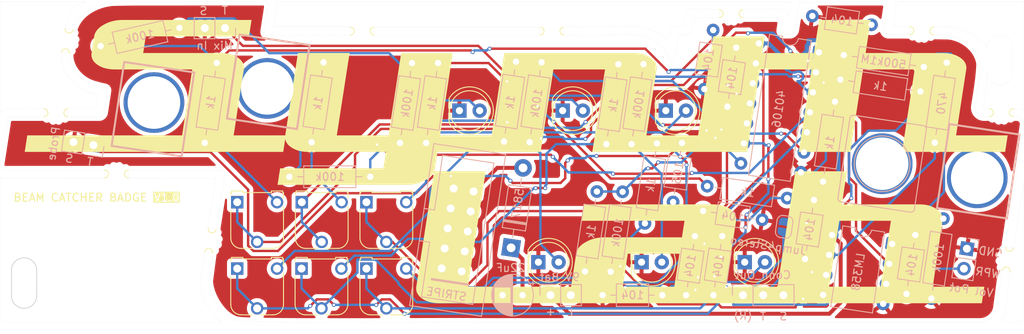
<source format=kicad_pcb>
(kicad_pcb (version 20241229) (generator "pcbnew") (generator_version "9.0")
  (layers (0 "F.Cu" signal) (2 "B.Cu" signal) (13 "F.Paste" user) (15 "B.Paste" user) (5 "F.SilkS" user "F.Silkscreen") (7 "B.SilkS" user "B.Silkscreen") (1 "F.Mask" user) (3 "B.Mask" user) (25 "Edge.Cuts" user))
  (net 0 "")
  (net 1 "GND")
  (net 2 "Net-(U1A-+)")
  (net 3 "Net-(U2A-I)")
  (net 4 "Net-(U2B-I)")
  (net 5 "Net-(U2C-I)")
  (net 6 "Net-(U2D-I)")
  (net 7 "Net-(U2E-I)")
  (net 8 "Net-(U2F-I)")
  (net 9 "VCC")
  (net 10 "Net-(D2-A)")
  (net 11 "Net-(D3-A)")
  (net 12 "Net-(D4-A)")
  (net 13 "Net-(D5-A)")
  (net 14 "Net-(D6-A)")
  (net 15 "Net-(D7-A)")
  (net 16 "Net-(D8-A)")
  (net 17 "Net-(J5--12V-Pad10)")
  (net 18 "Net-(R1-Pad1)")
  (net 19 "Net-(R2-Pad1)")
  (net 20 "Net-(R4-Pad2)")
  (net 21 "Net-(U1A--)")
  (net 22 "Net-(U1B--)")
  (net 23 "Net-(R11-Pad1)")
  (net 24 "Net-(R8-Pad1)")
  (net 25 "Net-(R9-Pad1)")
  (net 26 "Net-(R12-Pad1)")
  (net 27 "Net-(R13-Pad1)")
  (net 28 "Net-(U2A-O)")
  (net 29 "Net-(U2B-O)")
  (net 30 "Net-(U2C-O)")
  (net 31 "Net-(U2D-O)")
  (net 32 "Net-(U2E-O)")
  (net 33 "Net-(U2F-O)")
  (net 34 "Net-(J9-Pin_2)")
  (net 35 "Net-(J6-Pin_1)")
  (net 36 "Net-(J8-Pin_1)")
  (net 37 "Net-(J8-Pin_2)")
  (net 38 "Net-(J7-Pin_1)")
  (footprint "Library:Faceplate_Hole_Jack_3.5mm_NoPadNumber" (layer "F.Cu") (at 82.55 102.362 180)
    (property "Reference" "J3" (hide yes))
    (property "Value" "Mix_In" (hide yes))
  )
  (footprint "Potentiometer_THT:Potentiometer_Runtron_RM-065_Vertical" (layer "F.Cu") (at 95 117.682)
    (property "Reference" "RV4" (hide yes))
    (property "Value" "1M")
  )
  (footprint "Potentiometer_THT:Potentiometer_Runtron_RM-065_Vertical" (layer "F.Cu") (at 95 126.03)
    (property "Reference" "RV7" (hide yes))
    (property "Value" "1M")
  )
  (footprint "Library:mouse-bite-1mm-slot" (layer "F.Cu") (at 75.415257 122.509225 81.5)
    (property "Reference" "mouse-bite-1mm-slot" (hide yes))
    (property "Value" "VAL**" (hide yes))
  )
  (footprint "LED_THT:LED_D5.0mm" (layer "F.Cu") (at 119.634 106.172)
    (property "Reference" "D3" (hide yes))
    (property "Value" "LED")
  )
  (footprint "LED_THT:LED_D5.0mm" (layer "F.Cu") (at 129.54 125.222)
    (property "Reference" "D6" (hide yes))
    (property "Value" "LED")
  )
  (footprint "LED_THT:LED_D5.0mm" (layer "F.Cu") (at 116.586 125.222)
    (property "Reference" "D5" (hide yes))
    (property "Value" "LED")
  )
  (footprint "Potentiometer_THT:Potentiometer_Runtron_RM-065_Vertical" (layer "F.Cu") (at 78.78 126.03)
    (property "Reference" "RV5" (hide yes))
    (property "Value" "1M")
  )
  (footprint "Library:mouse-bite-1mm-slot" (layer "F.Cu") (at 63.623676 114.1356)
    (property "Reference" "mouse-bite-1mm-slot" (hide yes))
    (property "Value" "VAL**" (hide yes))
  )
  (footprint "LED_THT:LED_D5.0mm" (layer "F.Cu") (at 142.489 125.222)
    (property "Reference" "D7" (hide yes))
    (property "Value" "LED")
  )
  (footprint "Potentiometer_THT:Potentiometer_Runtron_RM-065_Vertical" (layer "F.Cu") (at 86.854 126.03)
    (property "Reference" "RV6" (hide yes))
    (property "Value" "1M")
  )
  (footprint "PCM_4ms_Faceplate:Faceplate_Rail_Mount_Slot" (layer "F.Cu") (at 52.024067 127.846 90)
    (property "Reference" "REF**" (hide yes))
    (property "Value" "Rail_mount_slot" (hide yes))
    (fp_line (start -1.5875 -1.5875) (end 1.5875 -1.5875) (stroke (width 0.1)) (layer "Edge.Cuts"))
    (fp_line (start -1.5875 1.5875) (end 1.5875 1.5875) (stroke (width 0.1)) (layer "Edge.Cuts"))
    (fp_arc (start 1.5875 -1.5875) (mid 3.175 0) (end 1.5875 1.5875) (stroke (width 0.1)) (layer "Edge.Cuts"))
    (fp_arc (start -1.5875 1.5875) (mid -3.175 0) (end -1.5875 -1.5875) (stroke (width 0.1)) (layer "Edge.Cuts"))
  )
  (footprint "Potentiometer_THT:Potentiometer_Runtron_RM-065_Vertical" (layer "F.Cu") (at 86.89 117.682)
    (property "Reference" "RV2" (hide yes))
    (property "Value" "1M")
  )
  (footprint "Library:Faceplate_Hole_Jack_3.5mm_NoPadNumber" (layer "F.Cu") (at 171.679967 114.621697 -90)
    (property "Reference" "RV3" (hide yes))
    (property "Value" "100K" (hide yes))
  )
  (footprint "Library:Faceplate_Hole_Jack_3.5mm_NoPadNumber" (layer "F.Cu") (at 68.326 105.156 90)
    (property "Reference" "J2" (hide yes))
    (property "Value" "Probe In" (hide yes))
  )
  (footprint "Library:mouse-bite-1mm-slot" (layer "F.Cu") (at 56.015076 106.4394)
    (property "Reference" "mouse-bite-1mm-slot" (hide yes))
    (property "Value" "VAL**" (hide yes))
  )
  (footprint "Library:mouse-bite-1mm-slot" (layer "F.Cu") (at 164.714162 96.133616 -1)
    (property "Reference" "mouse-bite-1mm-slot" (hide yes))
    (property "Value" "VAL**" (hide yes))
  )
  (footprint "Library:mouse-bite-1mm-slot" (layer "F.Cu") (at 57.43821 97.412916 81)
    (property "Reference" "mouse-bite-1mm-slot" (hide yes))
    (property "Value" "VAL**" (hide yes))
  )
  (footprint "Library:mouse-bite-1mm-slot" (layer "F.Cu") (at 140.781876 93.9814)
    (property "Reference" "mouse-bite-1mm-slot" (hide yes))
    (property "Value" "VAL**" (hide yes))
  )
  (footprint "Library:mouse-bite-1mm-slot" (layer "F.Cu") (at 118.295876 96.1792)
    (property "Reference" "mouse-bite-1mm-slot" (hide yes))
    (property "Value" "VAL**" (hide yes))
  )
  (footprint "Library:mouse-bite-1mm-slot" (layer "F.Cu") (at 94.484676 96.1792)
    (property "Reference" "mouse-bite-1mm-slot" (hide yes))
    (property "Value" "VAL**" (hide yes))
  )
  (footprint "Library:mouse-bite-1mm-slot" (layer "F.Cu") (at 175.515326 124.860829 82)
    (property "Reference" "mouse-bite-1mm-slot" (hide yes))
    (property "Value" "VAL**" (hide yes))
  )
  (footprint "PCM_4ms_Faceplate:Faceplate_Rail_Mount_Slot" (layer "F.Cu") (at 174.524067 99.786 90)
    (property "Reference" "REF**" (hide yes))
    (property "Value" "Rail_mount_slot" (hide yes))
  )
  (footprint "Library:mouse-bite-1mm-slot" (layer "F.Cu") (at 174.716276 106.4274)
    (property "Reference" "mouse-bite-1mm-slot" (hide yes))
    (property "Value" "VAL**" (hide yes))
  )
  (footprint "LED_THT:LED_D5.0mm" (layer "F.Cu") (at 132.583 106.172)
    (property "Reference" "D4" (hide yes))
    (property "Value" "LED")
  )
  (footprint "Library:Faceplate_Hole_Jack_3.5mm_NoPadNumber" (layer "F.Cu") (at 159.741967 112.843697 90)
    (property "Reference" "J4" (hide yes))
    (property "Value" "Out" (hide yes))
  )
  (footprint "Potentiometer_THT:Potentiometer_Runtron_RM-065_Vertical" (layer "F.Cu") (at 78.78 117.682)
    (property "Reference" "RV1" (hide yes))
    (property "Value" "1M")
  )
  (footprint "LED_THT:LED_D5.0mm" (layer "F.Cu") (at 106.675 106.172)
    (property "Reference" "D2" (hide yes))
    (property "Value" "LED")
  )
  (footprint "Capacitor_THT:C_Axial_L3.8mm_D2.6mm_P7.50mm_Horizontal" (layer "B.Cu") (at 150.071182 124.82381 81.5)
    (property "Reference" "C3" (hide yes))
    (property "Value" "100nF" (hide yes))
  )
  (footprint "Capacitor_THT:CP_Radial_D5.0mm_P2.50mm" (layer "B.Cu") (at 114.597324 129.37 180)
    (property "Reference" "C11" (hide yes))
    (property "Value" "22uF")
  )
  (footprint "Resistor_THT:R_Axial_DIN0207_L6.3mm_D2.5mm_P10.16mm_Horizontal" (layer "B.Cu") (at 88.116067 110.1422 81.5)
    (property "Reference" "R2" (hide yes))
    (property "Value" "1k")
  )
  (footprint "Capacitor_THT:C_Axial_L3.8mm_D2.6mm_P7.50mm_Horizontal" (layer "B.Cu") (at 138.526038 96.044381 -98.5)
    (property "Reference" "C5" (hide yes))
    (property "Value" "100nF")
  )
  (footprint "Resistor_THT:R_Axial_DIN0207_L6.3mm_D2.5mm_P10.16mm_Horizontal" (layer "B.Cu") (at 74.704867 110.2184 81.5)
    (property "Reference" "R1" (hide yes))
    (property "Value" "1k")
  )
  (footprint "Connector_PinHeader_2.54mm:PinHeader_1x02_P2.54mm_Vertical" (layer "B.Cu") (at 77.249867 95.7912 90)
    (property "Reference" "J6" (hide yes))
    (property "Value" "Mix In")
  )
  (footprint "Resistor_THT:R_Axial_DIN0207_L6.3mm_D2.5mm_P10.16mm_Horizontal" (layer "B.Cu") (at 102.489323 110.233801 81.5)
    (property "Reference" "R8" (hide yes))
    (property "Value" "1k")
  )
  (footprint "Connector_PinHeader_2.54mm:PinHeader_1x02_P2.54mm_Vertical" (layer "B.Cu") (at 170.381103 123.5305 171.5)
    (property "Reference" "J9" (hide yes))
    (property "Value" "Vol Pot")
  )
  (footprint "Capacitor_THT:C_Axial_L3.8mm_D2.6mm_P7.50mm_Horizontal" (layer "B.Cu") (at 136.2456 121.952381 -98.5)
    (property "Reference" "C8" (hide yes))
    (property "Value" "100nF")
  )
  (footprint "Resistor_THT:R_Axial_DIN0207_L6.3mm_D2.5mm_P10.16mm_Horizontal" (layer "B.Cu") (at 166.348067 110.193 81.5)
    (property "Reference" "R11" (hide yes))
    (property "Value" "470")
  )
  (footprint "Resistor_THT:R_Axial_DIN0207_L6.3mm_D2.5mm_P10.16mm_Horizontal" (layer "B.Cu") (at 164.544667 103.7668 171.5)
    (property "Reference" "R6" (hide yes))
    (property "Value" "1k")
  )
  (footprint "Capacitor_THT:C_Axial_L3.8mm_D2.6mm_P7.50mm_Horizontal" (layer "B.Cu") (at 132.150467 129.37 180)
    (property "Reference" "C7" (hide yes))
    (property "Value" "100nF" (hide yes))
  )
  (footprint "Resistor_THT:R_Axial_DIN0207_L6.3mm_D2.5mm_P10.16mm_Horizontal" (layer "B.Cu") (at 125.120723 110.386201 81.5)
    (property "Reference" "R12" (hide yes))
    (property "Value" "1k")
  )
  (footprint "Capacitor_THT:C_Axial_L3.8mm_D2.6mm_P7.50mm_Horizontal" (layer "B.Cu") (at 137.264658 118.782715 -8.5)
    (property "Reference" "C6" (hide yes))
    (property "Value" "100nF" (hide yes))
  )
  (footprint "Resistor_THT:R_Axial_DIN0207_L6.3mm_D2.5mm_P10.16mm_Horizontal" (layer "B.Cu") (at 127.159011 116.375199 -98.5)
    (property "Reference" "R19" (hide yes))
    (property "Value" "100k")
  )
  (footprint "Resistor_THT:R_Axial_DIN0207_L6.3mm_D2.5mm_P10.16mm_Horizontal" (layer "B.Cu") (at 112.271467 110.0534 81.5)
    (property "Reference" "R9" (hide yes))
    (property "Value" "1k")
  )
  (footprint "Package_DIP:DIP-8_W7.62mm" (layer "B.Cu") (at 160.997375 122.925899 171.5)
    (property "Reference" "U1" (hide yes))
    (property "Value" "LM358")
  )
  (footprint "Capacitor_THT:C_Axial_L3.8mm_D2.6mm_P7.50mm_Horizontal" (layer "B.Cu") (at 134.608872 110.236 -98.5)
    (property "Reference" "C1" (hide yes))
    (property "Value" "1uF" (hide yes))
  )
  (footprint "Resistor_THT:R_Axial_DIN0207_L6.3mm_D2.5mm_P10.16mm_Horizontal" (layer "B.Cu") (at 116.984739 100.0888 -98.5)
    (property "Reference" "R18" (hide yes))
    (property "Value" "100k")
  )
  (footprint "Resistor_THT:R_Axial_DIN0207_L6.3mm_D2.5mm_P10.16mm_Horizontal" (layer "B.Cu") (at 147.828 117.166872 171.5)
    (property "Reference" "R10" (hide yes))
    (property "Value" "1k")
  )
  (footprint "Resistor_THT:R_Axial_DIN0207_L6.3mm_D2.5mm_P10.16mm_Horizontal" (layer "B.Cu") (at 154.923067 99.180529 -8.5)
    (property "Reference" "R4" (hide yes))
    (property "Value" "500k1M")
  )
  (footprint "Jumper:SolderJumper-2_P1.3mm_Open_RoundedPad1.0x1.5mm" (layer "B.Cu") (at 147.444943 120.77694 -98.5)
    (property "Reference" "JP1" (hide yes))
    (property "Value" "Jump4Stereo")
  )
  (footprint "Library:EighthInch_PJ398SM_Silkscreen_Courtyard_Only" (layer "B.Cu") (at 171.679967 114.621697 -98.5)
    (property "Reference" "J4" (hide yes))
    (property "Value" "Out" (hide yes))
  )
  (footprint "Resistor_THT:R_Axial_DIN0207_L6.3mm_D2.5mm_P10.16mm_Horizontal" (layer "B.Cu") (at 153.829011 105.046799 -98.5)
    (property "Reference" "R5" (hide yes))
    (property "Value" "1k")
  )
  (footprint "Connector_PinHeader_2.54mm:PinHeader_1x02_P2.54mm_Vertical" (layer "B.Cu") (at 118.113467 129.37 -90)
    (property "Reference" "BT1" (hide yes))
    (property "Value" "9V Bat")
  )
  (footprint "Package_DIP:DIP-14_W7.62mm" (layer "B.Cu") (at 151.797011 98.849199 171.5)
    (property "Reference" "U2" (hide yes))
    (property "Value" "CD40106BPWR" (hide yes))
  )
  (footprint "Resistor_THT:R_Axial_DIN0207_L6.3mm_D2.5mm_P10.16mm_Horizontal" (layer "B.Cu") (at 131.462739 110.2996 -98.5)
    (property "Reference" "R7" (hide yes))
    (property "Value" "1k")
  )
  (footprint "Resistor_THT:R_Axial_DIN0207_L6.3mm_D2.5mm_P10.16mm_Horizontal" (layer "B.Cu") (at 129.782872 100.33 -98.5)
    (property "Reference" "R16" (hide yes))
    (property "Value" "100k")
  )
  (footprint "Library:Pot_9mm_DShaft_Silkscreen_Courtyard_Only" (layer "B.Cu") (at 159.741967 112.843697 -8.5)
    (property "Reference" "RV3" (hide yes))
    (property "Value" "100K" (hide yes))
  )
  (footprint "Connector_PinHeader_2.54mm:PinHeader_1x03_P2.54mm_Vertical" (layer "B.Cu") (at 142.271367 129.37 -90)
    (property "Reference" "J8" (hide yes))
    (property "Value" "Conn_Out")
  )
  (footprint "Connector_PinHeader_2.54mm:PinHeader_1x02_P2.54mm_Vertical" (layer "B.Cu") (at 60.734867 110.4978 81.5)
    (property "Reference" "J7" (hide yes))
    (property "Value" "Probe")
  )
  (footprint "Diode_THT:D_DO-41_SOD81_P10.16mm_Horizontal" (layer "B.Cu") (at 113.160467 123.416401 81.5)
    (property "Reference" "D8" (hide yes))
    (property "Value" "5817")
  )
  (footprint "Resistor_THT:R_Axial_DIN0207_L6.3mm_D2.5mm_P10.16mm_Horizontal" (layer "B.Cu") (at 122.432515 126.391219 81.5)
    (property "Reference" "R13" (hide yes))
    (property "Value" "1k")
  )
  (footprint "Library:EighthInch_PJ398SM_Silkscreen_Courtyard_Only" (layer "B.Cu") (at 68.326 105.156 81.5)
    (property "Reference" "J2" (hide yes))
    (property "Value" "Probe In" (hide yes))
  )
  (footprint "Resistor_THT:R_Axial_DIN0207_L6.3mm_D2.5mm_P10.16mm_Horizontal" (layer "B.Cu") (at 100.714467 100.1854 -98.5)
    (property "Reference" "R15" (hide yes))
    (property "Value" "100k")
  )
  (footprint "Resistor_THT:R_Axial_DIN0207_L6.3mm_D2.5mm_P10.16mm_Horizontal" (layer "B.Cu") (at 61.627067 98.051551 13)
    (property "Reference" "R14" (hide yes))
    (property "Value" "100k")
  )
  (footprint "Capacitor_THT:C_Axial_L3.8mm_D2.6mm_P7.50mm_Horizontal" (layer "B.Cu") (at 162.796582 129.21801 81.5)
    (property "Reference" "C2" (hide yes))
    (property "Value" "100nF" (hide yes))
  )
  (footprint "Library:EighthInch_PJ398SM_Silkscreen_Courtyard_Only" (layer "B.Cu") (at 82.55 103.376 -98.5)
    (property "Reference" "J3" (hide yes))
    (property "Value" "Mix_In" (hide yes))
  )
  (footprint "Capacitor_THT:C_Axial_L3.8mm_D2.6mm_P7.50mm_Horizontal" (layer "B.Cu") (at 158.398277 95.380286 171.5)
    (property "Reference" "C4" (hide yes))
    (property "Value" "100nF" (hide yes))
  )
  (footprint "Library:IDC-Header_2x05_P2.54mm_Vertical_Euro_Power_Striped_ThickerText" (layer "B.Cu") (at 108.461144 116.332 171.5)
    (property "Reference" "J5" (hide yes))
    (property "Value" "Eurorack_Power_10pin_Unshrouded" (hide yes))
  )
  (footprint "Capacitor_THT:C_Axial_L3.8mm_D2.6mm_P7.50mm_Horizontal" (layer "B.Cu") (at 141.426153 98.254591 -98.5)
    (property "Reference" "C10" (hide yes))
    (property "Value" "100nF")
  )
  (footprint "Resistor_THT:R_Axial_DIN0207_L6.3mm_D2.5mm_P10.16mm_Horizontal" (layer "B.Cu") (at 165.927396 129.796801 81.5)
    (property "Reference" "R3" (hide yes))
    (property "Value" "100k")
  )
  (footprint "Resistor_THT:R_Axial_DIN0207_L6.3mm_D2.5mm_P10.16mm_Horizontal" (layer "B.Cu") (at 85.322068 114.4856)
    (property "Reference" "R17" (hide yes))
    (property "Value" "100k")
  )
  (footprint "Capacitor_THT:C_Axial_L3.8mm_D2.6mm_P7.50mm_Horizontal" (layer "B.Cu") (at 138.560467 129.37 81.5)
    (property "Reference" "C9" (hide yes))
    (property "Value" "100nF" (hide yes))
  )
  (gr_poly (pts (xy 107.735622 128.307054) (xy 120.693687 128.307054) (xy 127.171659 128.307054) (xy 133.645685 128.307054) (xy 134.287504 124.163119) (xy 127.813486 124.163119) (xy 127.171659 128.307054) (xy 120.693687 128.307054) (xy 121.325493 124.163119) (xy 121.344787 124.057711) (xy 121.371276 123.954265) (xy 121.404958 123.852782) (xy 121.445836 123.75326) (xy 121.493907 123.655701) (xy 121.549173 123.560103) (xy 121.611633 123.466468) (xy 121.681288 123.374795) (xy 121.758136 123.285084) (xy 121.842179 123.197334) (xy 121.933416 123.111548) (xy 122.031848 123.027723) (xy 122.137473 122.94586) (xy 122.250293 122.865959) (xy 122.370307 122.788021) (xy 122.497515 122.712044) (xy 122.631156 122.637703) (xy 122.766976 122.568157) (xy 122.904977 122.503408) (xy 123.045157 122.443455) (xy 123.187518 122.388299) (xy 123.332059 122.337939) (xy 123.47878 122.292375) (xy 123.62768 122.251607) (xy 123.778761 122.215635) (xy 123.932023 122.18446) (xy 124.087464 122.158081) (xy 124.245085 122.136498) (xy 124.404887 122.119711) (xy 124.566869 122.107721) (xy 124.731031 122.100526) (xy 124.897374 122.098128) (xy 134.608409 122.098128) (xy 134.929314 120.019185) (xy 121.96732 120.019185) (xy 122.288225 117.954193) (xy 138.487253 117.954193) (xy 138.652778 117.956537) (xy 138.814487 117.963568) (xy 138.972382 117.975286) (xy 139.12646 117.991691) (xy 139.276724 118.012784) (xy 139.423172 118.038563) (xy 139.565804 118.06903) (xy 139.704622 118.104185) (xy 139.839624 118.144026) (xy 139.970811 118.188555) (xy 140.098183 118.237771) (xy 140.221739 118.291674) (xy 140.341481 118.350264) (xy 140.457407 118.413541) (xy 140.569518 118.481506) (xy 140.677814 118.554158) (xy 140.780387 118.630189) (xy 140.875331 118.708291) (xy 140.962643 118.788464) (xy 141.042326 118.870709) (xy 141.079306 118.912608) (xy 141.114378 118.955024) (xy 141.147543 118.997958) (xy 141.1788 119.041411) (xy 141.208149 119.085381) (xy 141.235591 119.129868) (xy 141.261126 119.174874) (xy 141.284753 119.220397) (xy 141.306472 119.266438) (xy 141.326284 119.312997) (xy 141.344188 119.360074) (xy 141.360185 119.407668) (xy 141.374274 119.45578) (xy 141.386456 119.50441) (xy 141.39673 119.553558) (xy 141.405096 119.603223) (xy 141.411555 119.653406) (xy 141.416107 119.704107) (xy 141.418751 119.755326) (xy 141.419487 119.807063) (xy 141.418316 119.859317) (xy 141.415237 119.912089) (xy 141.410251 119.965379) (xy 141.403357 120.019187) (xy 140.13367 128.307058) (xy 146.606754 128.307058) (xy 146.606754 128.307054) (xy 153.081722 128.307054) (xy 159.555748 128.307054) (xy 160.839393 120.019185) (xy 154.365367 120.019185) (xy 153.081722 128.307054) (xy 146.606754 128.307054) (xy 148.840115 113.796306) (xy 155.328099 113.796306) (xy 154.686281 117.954193) (xy 164.397324 117.954193) (xy 164.562848 117.956537) (xy 164.724556 117.963568) (xy 164.88245 117.975286) (xy 165.036528 117.991691) (xy 165.186791 118.012784) (xy 165.333239 118.038563) (xy 165.475872 118.06903) (xy 165.61469 118.104185) (xy 165.749693 118.144026) (xy 165.88088 118.188555) (xy 166.008252 118.237771) (xy 166.131809 118.291674) (xy 166.251551 118.350264) (xy 166.367478 118.413541) (xy 166.479589 118.481506) (xy 166.587885 118.554158) (xy 166.690459 118.630189) (xy 166.785402 118.708291) (xy 166.872714 118.788464) (xy 166.952397 118.870709) (xy 166.989377 118.912608) (xy 167.024449 118.955024) (xy 167.057614 118.997958) (xy 167.088871 119.041411) (xy 167.118221 119.085381) (xy 167.145663 119.129868) (xy 167.171197 119.174874) (xy 167.194824 119.220397) (xy 167.216543 119.266438) (xy 167.236355 119.312997) (xy 167.254259 119.360074) (xy 167.270256 119.407668) (xy 167.284345 119.45578) (xy 167.296527 119.50441) (xy 167.306801 119.553558) (xy 167.315167 119.603223) (xy 167.321626 119.653406) (xy 167.326178 119.704107) (xy 167.328822 119.755326) (xy 167.329558 119.807063) (xy 167.328387 119.859317) (xy 167.325308 119.912089) (xy 167.320322 119.965379) (xy 167.313428 120.019187) (xy 166.09954 128.307054) (xy 172.573566 128.307054) (xy 172.252653 130.386) (xy 146.286782 130.386) (xy 120.37672 130.386) (xy 104.1777 130.386) (xy 104.012121 130.383656) (xy 103.850249 130.376625) (xy 103.692082 130.364907) (xy 103.537622 130.348502) (xy 103.386868 130.32741) (xy 103.239821 130.30163) (xy 103.096479 130.271163) (xy 102.956844 130.236009) (xy 102.820915 130.196168) (xy 102.688692 130.151639) (xy 102.560176 130.102423) (xy 102.435365 130.04852) (xy 102.314261 129.98993) (xy 102.196863 129.926652) (xy 102.083171 129.858687) (xy 101.973185 129.786035) (xy 101.870665 129.708315) (xy 101.775885 129.628632) (xy 101.688844 129.546988) (xy 101.609543 129.463381) (xy 101.537981 129.377812) (xy 101.505103 129.334292) (xy 101.474159 129.290281) (xy 101.44515 129.24578) (xy 101.418076 129.200788) (xy 101.392936 129.155306) (xy 101.369732 129.109333) (xy 101.348463 129.06287) (xy 101.329128 129.015916) (xy 101.311728 128.968471) (xy 101.296263 128.920536) (xy 101.282733 128.872111) (xy 101.271137 128.823195) (xy 101.261477 128.773788) (xy 101.253751 128.723891) (xy 101.24796 128.673503) (xy 101.244104 128.622625) (xy 101.242183 128.571256) (xy 101.242197 128.519397) (xy 101.244146 128.467047) (xy 101.248029 128.414207) (xy 101.253847 128.360876) (xy 101.2616 128.307054) (xy 103.494019 113.796306) (xy 109.982 113.796306)) (stroke (width -0.000001)) (fill yes) (layer "F.SilkS"))
  (gr_poly (pts (xy 80.260115 96.834404) (xy 67.298109 96.834404) (xy 66.977199 98.927299) (xy 76.702193 98.927299) (xy 76.867716 98.929643) (xy 77.029425 98.936674) (xy 77.187318 98.948392) (xy 77.341397 98.964797) (xy 77.49166 98.98589) (xy 77.638108 99.011669) (xy 77.780741 99.042136) (xy 77.919559 99.077291) (xy 78.054562 99.117132) (xy 78.18575 99.161661) (xy 78.313122 99.210877) (xy 78.43668 99.26478) (xy 78.556422 99.32337) (xy 78.672349 99.386647) (xy 78.784461 99.454612) (xy 78.892758 99.527264) (xy 78.995332 99.603295) (xy 79.090276 99.681397) (xy 79.177589 99.76157) (xy 79.257272 99.843815) (xy 79.294252 99.885714) (xy 79.329324 99.92813) (xy 79.362489 99.971065) (xy 79.393746 100.014517) (xy 79.423096 100.058487) (xy 79.450538 100.102974) (xy 79.476072 100.14798) (xy 79.499699 100.193503) (xy 79.521418 100.239544) (xy 79.54123 100.286103) (xy 79.559134 100.333179) (xy 79.575131 100.380774) (xy 79.58922 100.428886) (xy 79.601401 100.477516) (xy 79.611675 100.526664) (xy 79.620041 100.576329) (xy 79.626499 100.626512) (xy 79.63105 100.677213) (xy 79.633693 100.728432) (xy 79.634429 100.780169) (xy 79.633258 100.832423) (xy 79.630178 100.885195) (xy 79.625191 100.938485) (xy 79.618296 100.992293) (xy 79.286923 103.071236) (xy 78.96252 105.150181) (xy 78.652077 107.215173) (xy 78.334651 109.280164) (xy 84.808677 109.28016) (xy 86.399274 98.927299) (xy 92.88725 98.927299) (xy 91.282699 109.28016) (xy 97.770684 109.28016) (xy 99.361284 98.927299) (xy 105.83531 98.927299) (xy 104.24471 109.28016) (xy 110.716817 109.28016) (xy 111.98844 100.992295) (xy 112.309337 98.927299) (xy 128.508356 98.927299) (xy 128.67388 98.929643) (xy 128.835588 98.936674) (xy 128.993482 98.948392) (xy 129.14756 98.964797) (xy 129.297823 98.98589) (xy 129.444272 99.011669) (xy 129.586905 99.042136) (xy 129.725723 99.077291) (xy 129.860726 99.117132) (xy 129.991914 99.161661) (xy 130.119287 99.210877) (xy 130.242845 99.26478) (xy 130.362588 99.32337) (xy 130.478515 99.386647) (xy 130.590628 99.454612) (xy 130.698926 99.527264) (xy 130.801499 99.603295) (xy 130.896442 99.681397) (xy 130.983755 99.76157) (xy 131.063437 99.843815) (xy 131.100417 99.885714) (xy 131.135489 99.92813) (xy 131.168654 99.971065) (xy 131.199911 100.014517) (xy 131.22926 100.058487) (xy 131.256702 100.102974) (xy 131.282237 100.14798) (xy 131.305863 100.193503) (xy 131.327582 100.239544) (xy 131.347394 100.286103) (xy 131.365298 100.333179) (xy 131.381294 100.380774) (xy 131.395383 100.428886) (xy 131.407564 100.477516) (xy 131.417838 100.526664) (xy 131.426204 100.576329) (xy 131.432663 100.626512) (xy 131.437214 100.677213) (xy 131.439857 100.728432) (xy 131.440593 100.780169) (xy 131.439421 100.832423) (xy 131.436342 100.885195) (xy 131.431355 100.938485) (xy 131.42446 100.992293) (xy 130.154773 109.280164) (xy 136.628799 109.280164) (xy 136.308121 111.357588) (xy 137.912436 100.992291) (xy 136.279978 100.992291) (xy 136.600891 98.927299) (xy 138.219391 98.927299) (xy 138.540305 96.834404) (xy 145.028289 96.834404) (xy 144.707376 98.927299) (xy 151.181402 98.927299) (xy 150.860488 100.992291) (xy 144.386462 100.992291) (xy 142.781912 111.359106) (xy 136.307886 111.359106) (xy 136.307886 111.35911) (xy 129.833868 111.35911) (xy 123.359841 111.35911) (xy 124.950442 100.992295) (xy 118.476416 100.992295) (xy 116.871865 111.35911) (xy 110.397839 111.35911) (xy 110.399311 111.34952) (xy 110.397831 111.359106) (xy 103.923797 111.359106) (xy 103.602891 113.424097) (xy 103.581909 113.531195) (xy 103.553841 113.636221) (xy 103.518688 113.739176) (xy 103.476449 113.84006) (xy 103.427125 113.938872) (xy 103.370715 114.035614) (xy 103.30722 114.130285) (xy 103.236639 114.222885) (xy 103.158972 114.313413) (xy 103.07422 114.401871) (xy 102.982383 114.488257) (xy 102.88346 114.572573) (xy 102.777451 114.654817) (xy 102.664357 114.734991) (xy 102.544177 114.813093) (xy 102.416912 114.889124) (xy 102.286651 114.963466) (xy 102.153991 115.033012) (xy 102.018934 115.097761) (xy 101.881479 115.157714) (xy 101.741626 115.212871) (xy 101.599375 115.263232) (xy 101.454725 115.308796) (xy 101.307678 115.349564) (xy 101.158233 115.385536) (xy 101.006389 115.416711) (xy 100.852148 115.44309) (xy 100.695508 115.464673) (xy 100.536471 115.48146) (xy 100.375035 115.493451) (xy 100.211201 115.500645) (xy 100.044969 115.503043) (xy 99.347326 115.503043) (xy 96.807952 115.503043) (xy 83.845945 115.503043) (xy 84.166855 113.424097) (xy 97.128857 113.424097) (xy 97.449762 111.359106) (xy 90.961786 111.359106) (xy 87.724777 111.359106) (xy 87.559199 111.356762) (xy 87.397327 111.349731) (xy 87.239161 111.338013) (xy 87.084702 111.321608) (xy 86.933948 111.300516) (xy 86.7869 111.274736) (xy 86.643559 111.244269) (xy 86.503924 111.209115) (xy 86.367994 111.169274) (xy 86.235771 111.124745) (xy 86.107254 111.075529) (xy 85.982443 111.021626) (xy 85.861337 110.963036) (xy 85.743938 110.899758) (xy 85.630245 110.831793) (xy 85.520258 110.759141) (xy 85.417739 110.681421) (xy 85.322959 110.601738) (xy 85.235919 110.520094) (xy 85.156618 110.436487) (xy 85.085057 110.350918) (xy 85.052178 110.307398) (xy 85.021235 110.263387) (xy 84.992226 110.218886) (xy 84.965152 110.173894) (xy 84.940013 110.128412) (xy 84.916809 110.082439) (xy 84.895539 110.035976) (xy 84.876205 109.989022) (xy 84.858805 109.941577) (xy 84.84334 109.893642) (xy 84.82981 109.845217) (xy 84.818214 109.796301) (xy 84.808554 109.746894) (xy 84.807474 109.73992) (xy 84.557534 111.359106) (xy 52.103679 111.359106) (xy 52.424588 109.28016) (xy 71.860625 109.28016) (xy 73.130312 100.992291) (xy 63.419273 100.992291) (xy 63.253694 100.989947) (xy 63.091822 100.982916) (xy 62.933655 100.971198) (xy 62.779195 100.954793) (xy 62.628441 100.9337) (xy 62.481394 100.907921) (xy 62.338052 100.877454) (xy 62.198417 100.842299) (xy 62.062488 100.802458) (xy 61.930265 100.757929) (xy 61.801748 100.708713) (xy 61.676938 100.65481) (xy 61.555834 100.59622) (xy 61.438435 100.532943) (xy 61.324743 100.464978) (xy 61.214758 100.392326) (xy 61.112238 100.31466) (xy 61.017458 100.235141) (xy 60.930417 100.153768) (xy 60.851116 100.070543) (xy 60.779554 99.985464) (xy 60.746675 99.94223) (xy 60.715732 99.898532) (xy 60.686723 99.854372) (xy 60.659649 99.809748) (xy 60.634509 99.76466) (xy 60.611305 99.71911) (xy 60.590035 99.673096) (xy 60.570701 99.626619) (xy 60.553301 99.579679) (xy 60.537836 99.532275) (xy 60.524306 99.484408) (xy 60.51271 99.436078) (xy 60.50305 99.387285) (xy 60.495324 99.338028) (xy 60.489533 99.288308) (xy 60.485677 99.238125) (xy 60.483756 99.187479) (xy 60.48377 99.136369) (xy 60.485718 99.084796) (xy 60.489602 99.03276) (xy 60.49542 98.98026) (xy 60.503173 98.927297) (xy 60.538925 98.663069) (xy 60.576422 98.400585) (xy 60.615664 98.139845) (xy 60.656651 97.880849) (xy 60.824083 96.834402) (xy 60.843376 96.728994) (xy 60.869865 96.625548) (xy 60.903547 96.524064) (xy 60.944424 96.424543) (xy 60.992495 96.326983) (xy 61.047761 96.231386) (xy 61.110221 96.137751) (xy 61.179875 96.046077) (xy 61.256724 95.956366) (xy 61.340767 95.868617) (xy 61.432004 95.78283) (xy 61.530435 95.699005) (xy 61.636061 95.617143) (xy 61.748881 95.537242) (xy 61.868895 95.459303) (xy 61.996104 95.383327) (xy 62.128054 95.308985) (xy 62.262294 95.23944) (xy 62.398822 95.174691) (xy 62.53764 95.114738) (xy 62.678747 95.059581) (xy 62.822143 95.009221) (xy 62.967828 94.963657) (xy 63.115802 94.922889) (xy 63.266065 94.886917) (xy 63.418618 94.855742) (xy 63.57346 94.829363) (xy 63.73059 94.80778) (xy 63.89001 94.790993) (xy 64.051719 94.779002) (xy 64.215718 94.771808) (xy 64.382005 94.76941) (xy 80.581028 94.76941)) (stroke (width -0.000001)) (fill yes) (layer "F.SilkS"))
  (gr_poly (pts (xy 157.669378 98.927299) (xy 162.524895 98.927299) (xy 167.380413 98.927299) (xy 167.545935 98.929643) (xy 167.707643 98.936674) (xy 167.865536 98.948392) (xy 168.019615 98.964797) (xy 168.169878 98.98589) (xy 168.316327 99.011669) (xy 168.458961 99.042136) (xy 168.59778 99.077291) (xy 168.732784 99.117132) (xy 168.863972 99.161661) (xy 168.991346 99.210877) (xy 169.114904 99.26478) (xy 169.234647 99.32337) (xy 169.350574 99.386647) (xy 169.462686 99.454612) (xy 169.570982 99.527264) (xy 169.673556 99.603295) (xy 169.768499 99.681397) (xy 169.855812 99.76157) (xy 169.935495 99.843815) (xy 169.972475 99.885714) (xy 170.007548 99.92813) (xy 170.040713 99.971065) (xy 170.07197 100.014517) (xy 170.10132 100.058487) (xy 170.128762 100.102974) (xy 170.154297 100.14798) (xy 170.177924 100.193503) (xy 170.199644 100.239544) (xy 170.219456 100.286103) (xy 170.23736 100.333179) (xy 170.253357 100.380774) (xy 170.267446 100.428886) (xy 170.279628 100.477516) (xy 170.289902 100.526664) (xy 170.298268 100.576329) (xy 170.304727 100.626512) (xy 170.309278 100.677213) (xy 170.311922 100.728432) (xy 170.312658 100.780169) (xy 170.311486 100.832423) (xy 170.308407 100.885195) (xy 170.30342 100.938485) (xy 170.296525 100.992293) (xy 169.02683 109.280164) (xy 175.500848 109.280164) (xy 175.179942 111.35911) (xy 168.69195 111.35911) (xy 162.23189 111.35911) (xy 163.822491 100.992295) (xy 157.348456 100.992295) (xy 155.743897 111.35911) (xy 149.26988 111.35911) (xy 151.823229 94.769412) (xy 158.311188 94.769412)) (stroke (width -0.000001)) (fill yes) (layer "F.SilkS"))
  (gr_line (start 49.906995 107.409028) (end 49.013684 113.182052) (stroke (width 0.009999)) (layer "Edge.Cuts"))
  (gr_line (start 161.86929 96.610772) (end 160.590054 96.610772) (stroke (width 0.009999)) (layer "Edge.Cuts"))
  (gr_line (start 177.52197 92.456) (end 161.347073 92.456) (stroke (width 0.009999)) (layer "Edge.Cuts"))
  (gr_line (start 59.790723 92.456) (end 49.022 92.456) (stroke (width 0.009999)) (layer "Edge.Cuts"))
  (gr_line (start 49.022 132.756) (end 76.826684 132.756) (stroke (width 0.009999)) (layer "Edge.Cuts"))
  (gr_curve (pts (xy 82.18414 96.170015) (xy 82.289242 95.494715) (xy 82.474087 94.281714) (xy 82.670666 93.00482)) (stroke (width 0.009999)) (layer "Edge.Cuts"))
  (gr_curve (pts (xy 171.409116 105.573457) (xy 171.691983 103.815198) (xy 171.999234 102.056878) (xy 172.062955 100.278291)) (stroke (width 0.009999)) (layer "Edge.Cuts"))
  (gr_curve (pts (xy 129.088162 96.719476) (xy 126.775235 96.493043) (xy 124.449033 96.789807) (xy 122.130383 96.719476)) (stroke (width 0.009999)) (layer "Edge.Cuts"))
  (gr_line (start 136.082852 94.518271) (end 139.285284 94.513052) (stroke (width 0.01)) (layer "Edge.Cuts"))
  (gr_curve (pts (xy 82.652646 96.719476) (xy 82.344372 96.720323) (xy 82.136746 96.474538) (xy 82.18414 96.170015)) (stroke (width 0.009999)) (layer "Edge.Cuts"))
  (gr_arc (start 172.936567 98.1985) (mid 174.524067 96.611) (end 176.111567 98.1985) (stroke (width 0.009999)) (layer "Edge.Cuts"))
  (gr_line (start 176.39993 105.892252) (end 176.242284 105.892252) (stroke (width 0.01)) (layer "Edge.Cuts"))
  (gr_curve (pts (xy 172.672452 104.508912) (xy 172.898587 103.012895) (xy 172.926667 101.938) (xy 172.936567 101.3735)) (stroke (width 0.009999)) (layer "Edge.Cuts"))
  (gr_line (start 116.780884 95.656052) (end 116.780884 96.697452) (stroke (width 0.01)) (layer "Edge.Cuts"))
  (gr_line (start 61.419171 106.963578) (end 57.516792 106.963578) (stroke (width 0.01)) (layer "Edge.Cuts"))
  (gr_curve (pts (xy 60.999539 104.087995) (xy 61.429532 104.066144) (xy 61.25517 104.436673) (xy 61.226224 104.717824)) (stroke (width 0.009999)) (layer "Edge.Cuts"))
  (gr_line (start 76.062728 114.651611) (end 75.124884 120.929052) (stroke (width 0.01)) (layer "Edge.Cuts"))
  (gr_curve (pts (xy 62.473569 103.704499) (xy 62.335034 104.608091) (xy 62.196484 105.511682) (xy 62.05795 106.415273)) (stroke (width 0.009999)) (layer "Edge.Cuts"))
  (gr_line (start 58.208484 95.986252) (end 57.167084 95.833852) (stroke (width 0.01)) (layer "Edge.Cuts"))
  (gr_line (start 75.241589 127.615413) (end 75.709084 124.078652) (stroke (width 0.01)) (layer "Edge.Cuts"))
  (gr_curve (pts (xy 133.305814 95.781744) (xy 132.972165 96.223924) (xy 133.088711 96.819764) (xy 132.939725 97.329751)) (stroke (width 0.009999)) (layer "Edge.Cuts"))
  (gr_line (start 76.383069 113.615489) (end 65.142684 113.613852) (stroke (width 0.01)) (layer "Edge.Cuts"))
  (gr_line (start 142.307884 93.446252) (end 142.307884 94.513052) (stroke (width 0.01)) (layer "Edge.Cuts"))
  (gr_curve (pts (xy 63.101834 92.511793) (xy 61.203809 92.691008) (xy 59.217129 93.665621) (xy 58.400311 95.472185)) (stroke (width 0.009999)) (layer "Edge.Cuts"))
  (gr_line (start 57.714871 99.220422) (end 57.725884 99.008852) (stroke (width 0.01)) (layer "Edge.Cuts"))
  (gr_curve (pts (xy 172.496945 105.854036) (xy 172.466153 105.410226) (xy 172.636746 104.958081) (xy 172.672452 104.508912)) (stroke (width 0.009999)) (layer "Edge.Cuts"))
  (gr_line (start 139.285284 94.513052) (end 139.285284 93.446252) (stroke (width 0.01)) (layer "Edge.Cuts"))
  (gr_line (start 163.212084 96.621252) (end 163.212084 95.579852) (stroke (width 0.01)) (layer "Edge.Cuts"))
  (gr_line (start 75.124884 120.929052) (end 76.166284 121.081452) (stroke (width 0.01)) (layer "Edge.Cuts"))
  (gr_curve (pts (xy 148.276892 92.455652) (xy 148.228085 92.802195) (xy 148.179288 93.114504) (xy 148.130521 93.426813)) (stroke (width 0.009999)) (layer "Edge.Cuts"))
  (gr_line (start 83.751675 92.455652) (end 148.276892 92.455652) (stroke (width 0.01)) (layer "Edge.Cuts"))
  (gr_line (start 145.957852 93.443529) (end 142.307884 93.446252) (stroke (width 0.01)) (layer "Edge.Cuts"))
  (gr_curve (pts (xy 133.202084 100.320455) (xy 132.937009 98.327756) (xy 131.023282 96.877084) (xy 129.088162 96.719476)) (stroke (width 0.009999)) (layer "Edge.Cuts"))
  (gr_curve (pts (xy 135.849118 96.043966) (xy 135.801022 96.356996) (xy 135.50546 96.610768) (xy 135.188809 96.610768)) (stroke (width 0.009999)) (layer "Edge.Cuts"))
  (gr_line (start 176.242284 123.443652) (end 175.200884 123.265852) (stroke (width 0.01)) (layer "Edge.Cuts"))
  (gr_line (start 146.630032 94.518271) (end 142.307884 94.513052) (stroke (width 0.01)) (layer "Edge.Cuts"))
  (gr_line (start 175.200884 123.265852) (end 176.646115 113.615497) (stroke (width 0.01)) (layer "Edge.Cuts"))
  (gr_line (start 49.022 114.651611) (end 49.022 132.756) (stroke (width 0.009999)) (layer "Edge.Cuts"))
  (gr_line (start 175.835884 126.415452) (end 174.794484 126.263052) (stroke (width 0.01)) (layer "Edge.Cuts"))
  (gr_curve (pts (xy 50.166943 105.901467) (xy 49.295056 106.025716) (xy 49.022793 105.914598) (xy 49.022 106.501852)) (stroke (width 0.009999)) (layer "Edge.Cuts"))
  (gr_curve (pts (xy 78.907742 132.582767) (xy 81.11694 132.93394) (xy 106.791424 132.666248) (xy 109.015561 132.75674)) (stroke (width 0.009999)) (layer "Edge.Cuts"))
  (gr_curve (pts (xy 82.670666 93.00482) (xy 82.717572 92.700152) (xy 82.50581 92.453253) (xy 82.197552 92.453333)) (stroke (width 0.009999)) (layer "Edge.Cuts"))
  (gr_line (start 139.285284 93.446252) (end 135.158902 93.438231) (stroke (width 0.01)) (layer "Edge.Cuts"))
  (gr_line (start 96.003684 95.656052) (end 116.780884 95.656052) (stroke (width 0.01)) (layer "Edge.Cuts"))
  (gr_curve (pts (xy 136.082852 94.518271) (xy 136.005337 95.026892) (xy 135.927151 95.535422) (xy 135.849118 96.043966)) (stroke (width 0.009999)) (layer "Edge.Cuts"))
  (gr_line (start 83.35693 95.639361) (end 92.981084 95.639361) (stroke (width 0.01)) (layer "Edge.Cuts"))
  (gr_curve (pts (xy 172.601956 106.963582) (xy 171.825192 106.963582) (xy 171.285733 106.340352) (xy 171.409116 105.573457)) (stroke (width 0.009999)) (layer "Edge.Cuts"))
  (gr_line (start 177.52197 132.755992) (end 177.52197 115.098491) (stroke (width 0.009999)) (layer "Edge.Cuts"))
  (gr_line (start 175.305081 130.583682) (end 175.835884 126.415452) (stroke (width 0.01)) (layer "Edge.Cuts"))
  (gr_line (start 177.52197 106.094661) (end 176.39993 105.892252) (stroke (width 0.009999)) (layer "Edge.Cuts"))
  (gr_curve (pts (xy 160.590054 96.610772) (xy 160.178525 96.610772) (xy 159.895779 96.281076) (xy 159.958523 95.874376)) (stroke (width 0.009999)) (layer "Edge.Cuts"))
  (gr_curve (pts (xy 56.664883 99.681977) (xy 56.934537 101.899453) (xy 58.858746 103.663198) (xy 60.999539 104.087995)) (stroke (width 0.009999)) (layer "Edge.Cuts"))
  (gr_line (start 172.496945 105.854036) (end 173.219684 105.892252) (stroke (width 0.01)) (layer "Edge.Cuts"))
  (gr_line (start 92.981084 95.639361) (end 92.981084 96.697452) (stroke (width 0.01)) (layer "Edge.Cuts"))
  (gr_line (start 135.188809 96.610768) (end 134.1517 96.610768) (stroke (width 0.009999)) (layer "Edge.Cuts"))
  (gr_line (start 176.646115 113.615497) (end 177.514798 108.00942) (stroke (width 0.009999)) (layer "Edge.Cuts"))
  (gr_curve (pts (xy 177.514798 108.00942) (xy 177.604184 107.431821) (xy 177.202756 106.963582) (xy 176.618283 106.963582)) (stroke (width 0.009999)) (layer "Edge.Cuts"))
  (gr_line (start 57.516792 106.963578) (end 57.516878 105.901467) (stroke (width 0.01)) (layer "Edge.Cuts"))
  (gr_line (start 146.970883 96.035715) (end 147.116421 95.085058) (stroke (width 0.009999)) (layer "Edge.Cuts"))
  (gr_curve (pts (xy 172.936567 98.1985) (xy 172.69949 97.580735) (xy 170.397732 95.816919) (xy 168.028287 95.639273)) (stroke (width 0.009999)) (layer "Edge.Cuts"))
  (gr_line (start 109.015561 132.75674) (end 172.049954 132.75674) (stroke (width 0.009999)) (layer "Edge.Cuts"))
  (gr_line (start 96.003684 96.697452) (end 96.003684 95.656052) (stroke (width 0.01)) (layer "Edge.Cuts"))
  (gr_line (start 49.385266 113.615489) (end 62.120084 113.613852) (stroke (width 0.01)) (layer "Edge.Cuts"))
  (gr_curve (pts (xy 150.020962 92.4532) (xy 149.664242 92.4532) (xy 149.330685 92.738951) (xy 149.27612 93.091467)) (stroke (width 0.009999)) (layer "Edge.Cuts"))
  (gr_line (start 62.120084 114.655252) (end 49.022 114.651611) (stroke (width 0.01)) (layer "Edge.Cuts"))
  (gr_curve (pts (xy 147.979123 94.182467) (xy 147.573514 93.484057) (xy 146.692105 93.358404) (xy 145.957852 93.443529)) (stroke (width 0.009999)) (layer "Edge.Cuts"))
  (gr_line (start 166.209284 96.697452) (end 166.209284 95.630652) (stroke (width 0.01)) (layer "Edge.Cuts"))
  (gr_line (start 159.727261 92.4532) (end 150.020962 92.4532) (stroke (width 0.009999)) (layer "Edge.Cuts"))
  (gr_curve (pts (xy 160.370572 93.203272) (xy 160.434476 92.789023) (xy 160.14639 92.4532) (xy 159.727261 92.4532)) (stroke (width 0.009999)) (layer "Edge.Cuts"))
  (gr_curve (pts (xy 147.464566 96.610772) (xy 147.143277 96.610772) (xy 146.922269 96.353315) (xy 146.970883 96.035715)) (stroke (width 0.009999)) (layer "Edge.Cuts"))
  (gr_line (start 163.212084 95.579852) (end 161.104214 95.528643) (stroke (width 0.01)) (layer "Edge.Cuts"))
  (gr_line (start 176.242284 106.959052) (end 176.242284 105.892252) (stroke (width 0.01)) (layer "Edge.Cuts"))
  (gr_curve (pts (xy 50.436084 106.959052) (xy 50.177884 106.963578) (xy 49.945142 107.163011) (xy 49.906995 107.409028)) (stroke (width 0.009999)) (layer "Edge.Cuts"))
  (gr_line (start 173.219684 105.892252) (end 173.219684 106.959052) (stroke (width 0.01)) (layer "Edge.Cuts"))
  (gr_curve (pts (xy 74.161084 127.649127) (xy 74.32182 129.741031) (xy 75.174161 131.510844) (xy 76.826684 132.756)) (stroke (width 0.009999)) (layer "Edge.Cuts"))
  (gr_curve (pts (xy 148.130521 93.426813) (xy 148.071835 93.639147) (xy 148.06503 94.131388) (xy 147.979123 94.182467)) (stroke (width 0.009999)) (layer "Edge.Cuts"))
  (gr_curve (pts (xy 161.104214 95.528643) (xy 161.201901 94.679541) (xy 161.792935 93.043646) (xy 161.347012 92.455996)) (stroke (width 0.009999)) (layer "Edge.Cuts"))
  (gr_line (start 96.003684 96.697452) (end 116.780884 96.697452) (stroke (width 0.01)) (layer "Edge.Cuts"))
  (gr_curve (pts (xy 128.209561 95.578192) (xy 125.82272 95.500532) (xy 123.437543 95.711065) (xy 121.050366 95.639361)) (stroke (width 0.009999)) (layer "Edge.Cuts"))
  (gr_line (start 56.664883 98.831052) (end 57.725884 99.008852) (stroke (width 0.01)) (layer "Edge.Cuts"))
  (gr_curve (pts (xy 83.35693 95.639361) (xy 83.490735 94.681761) (xy 83.695676 93.725908) (xy 83.751675 92.455652)) (stroke (width 0.009999)) (layer "Edge.Cuts"))
  (gr_line (start 58.400311 95.472185) (end 58.208484 95.986252) (stroke (width 0.01)) (layer "Edge.Cuts"))
  (gr_curve (pts (xy 132.424954 96.974897) (xy 131.25607 95.996111) (xy 129.717007 95.565664) (xy 128.209561 95.578192)) (stroke (width 0.009999)) (layer "Edge.Cuts"))
  (gr_line (start 168.075711 96.729951) (end 166.209284 96.697452) (stroke (width 0.01)) (layer "Edge.Cuts"))
  (gr_line (start 65.142684 114.655252) (end 76.062728 114.651611) (stroke (width 0.01)) (layer "Edge.Cuts"))
  (gr_line (start 177.52197 115.098491) (end 176.242284 123.443652) (stroke (width 0.01)) (layer "Edge.Cuts"))
  (gr_curve (pts (xy 172.062955 100.278291) (xy 171.793545 98.341211) (xy 169.954068 96.926442) (xy 168.075711 96.729951)) (stroke (width 0.009999)) (layer "Edge.Cuts"))
  (gr_curve (pts (xy 61.226224 104.717824) (xy 61.169324 105.104612) (xy 61.113827 105.491861) (xy 61.04185 105.901467)) (stroke (width 0.009999)) (layer "Edge.Cuts"))
  (gr_line (start 65.142684 113.613852) (end 65.142684 114.655252) (stroke (width 0.01)) (layer "Edge.Cuts"))
  (gr_line (start 166.209284 95.630652) (end 168.028287 95.639273) (stroke (width 0.01)) (layer "Edge.Cuts"))
  (gr_curve (pts (xy 159.958523 95.874376) (xy 160.095883 94.984007) (xy 160.233304 94.093653) (xy 160.370572 93.203272)) (stroke (width 0.009999)) (layer "Edge.Cuts"))
  (gr_curve (pts (xy 148.82272 96.028521) (xy 148.773099 96.350095) (xy 148.46896 96.610772) (xy 148.143582 96.610772)) (stroke (width 0.009999)) (layer "Edge.Cuts"))
  (gr_curve (pts (xy 174.42886 132.755992) (xy 175.057004 132.44839) (xy 175.305081 130.583682) (xy 175.305081 130.583682)) (stroke (width 0.009999)) (layer "Edge.Cuts"))
  (gr_line (start 121.050366 95.639361) (end 119.803484 95.656052) (stroke (width 0.01)) (layer "Edge.Cuts"))
  (gr_line (start 119.803484 96.697452) (end 122.130383 96.719476) (stroke (width 0.01)) (layer "Edge.Cuts"))
  (gr_line (start 119.803484 95.656052) (end 119.803484 96.697452) (stroke (width 0.01)) (layer "Edge.Cuts"))
  (gr_line (start 54.550884 105.917652) (end 54.550884 106.959052) (stroke (width 0.01)) (layer "Edge.Cuts"))
  (gr_line (start 76.166284 121.081452) (end 77.182843 114.549422) (stroke (width 0.01)) (layer "Edge.Cuts"))
  (gr_curve (pts (xy 135.158902 93.438231) (xy 135.038541 94.136885) (xy 134.951016 94.840391) (xy 134.831937 95.539168)) (stroke (width 0.009999)) (layer "Edge.Cuts"))
  (gr_line (start 75.709084 124.078652) (end 74.667684 123.926252) (stroke (width 0.01)) (layer "Edge.Cuts"))
  (gr_curve (pts (xy 57.714871 99.220422) (xy 57.747769 101.032411) (xy 59.257596 102.538533) (xy 60.957074 102.959352)) (stroke (width 0.009999)) (layer "Edge.Cuts"))
  (gr_curve (pts (xy 134.831937 95.539168) (xy 134.319791 95.571966) (xy 133.701565 95.333288) (xy 133.305814 95.781744)) (stroke (width 0.009999)) (layer "Edge.Cuts"))
  (gr_line (start 92.981084 96.697452) (end 82.652646 96.719476) (stroke (width 0.01)) (layer "Edge.Cuts"))
  (gr_line (start 173.219684 106.959052) (end 172.601956 106.963582) (stroke (width 0.01)) (layer "Edge.Cuts"))
  (gr_curve (pts (xy 72.821637 92.456354) (xy 69.582013 92.481356) (xy 66.339627 92.409773) (xy 63.101834 92.511793)) (stroke (width 0.009999)) (layer "Edge.Cuts"))
  (gr_curve (pts (xy 62.05795 106.415273) (xy 62.009549 106.73068) (xy 61.738263 106.963578) (xy 61.419171 106.963578)) (stroke (width 0.009999)) (layer "Edge.Cuts"))
  (gr_line (start 56.664883 99.681977) (end 56.664883 98.831052) (stroke (width 0.01)) (layer "Edge.Cuts"))
  (gr_curve (pts (xy 60.957074 102.959352) (xy 61.523297 103.119764) (xy 61.8905 103.208154) (xy 62.127789 103.253884)) (stroke (width 0.009999)) (layer "Edge.Cuts"))
  (gr_curve (pts (xy 62.127789 103.253884) (xy 62.353192 103.297326) (xy 62.512143 103.452916) (xy 62.473569 103.704499)) (stroke (width 0.009999)) (layer "Edge.Cuts"))
  (gr_line (start 176.111567 98.1985) (end 176.111567 101.3735) (stroke (width 0.009999)) (layer "Edge.Cuts"))
  (gr_line (start 176.618283 106.963582) (end 176.242284 106.959052) (stroke (width 0.01)) (layer "Edge.Cuts"))
  (gr_line (start 161.86929 96.610772) (end 163.212084 96.621252) (stroke (width 0.01)) (layer "Edge.Cuts"))
  (gr_line (start 177.52197 106.094661) (end 177.52197 92.456) (stroke (width 0.009999)) (layer "Edge.Cuts"))
  (gr_line (start 49.022 92.456) (end 49.022 106.501852) (stroke (width 0.009999)) (layer "Edge.Cuts"))
  (gr_arc (start 176.111567 101.3735) (mid 174.524067 102.961) (end 172.936567 101.3735) (stroke (width 0.009999)) (layer "Edge.Cuts"))
  (gr_line (start 61.04185 105.901467) (end 57.516878 105.901467) (stroke (width 0.01)) (layer "Edge.Cuts"))
  (gr_curve (pts (xy 172.049954 132.75674) (xy 173.081998 132.75674) (xy 174.044827 131.929538) (xy 174.177609 130.906055)) (stroke (width 0.009999)) (layer "Edge.Cuts"))
  (gr_curve (pts (xy 75.241589 127.615413) (xy 75.324887 129.56309) (xy 77.053754 132.268596) (xy 78.907742 132.582767)) (stroke (width 0.009999)) (layer "Edge.Cuts"))
  (gr_curve (pts (xy 134.1517 96.610768) (xy 133.807767 98.823373) (xy 133.773484 100.558252) (xy 133.202084 100.320455)) (stroke (width 0.009999)) (layer "Edge.Cuts"))
  (gr_curve (pts (xy 49.013684 113.182052) (xy 48.976681 113.421432) (xy 49.143048 113.615489) (xy 49.385266 113.615489)) (stroke (width 0.009999)) (layer "Edge.Cuts"))
  (gr_curve (pts (xy 149.27612 93.091467) (xy 149.1246 94.070421) (xy 148.973843 95.049505) (xy 148.82272 96.028521)) (stroke (width 0.009999)) (layer "Edge.Cuts"))
  (gr_curve (pts (xy 147.116421 95.085058) (xy 147.164456 94.77202) (xy 146.946744 94.518271) (xy 146.630032 94.518271)) (stroke (width 0.009999)) (layer "Edge.Cuts"))
  (gr_curve (pts (xy 59.790723 92.456) (xy 57.907056 93.089155) (xy 57.533276 93.995798) (xy 57.167084 95.833852)) (stroke (width 0.009999)) (layer "Edge.Cuts"))
  (gr_line (start 174.428921 132.755992) (end 177.52197 132.755992) (stroke (width 0.009999)) (layer "Edge.Cuts"))
  (gr_line (start 174.794484 126.263052) (end 174.177609 130.906055) (stroke (width 0.01)) (layer "Edge.Cuts"))
  (gr_line (start 50.436084 106.959052) (end 54.550884 106.959052) (stroke (width 0.01)) (layer "Edge.Cuts"))
  (gr_line (start 50.166943 105.901467) (end 54.550884 105.917651) (stroke (width 0.01)) (layer "Edge.Cuts"))
  (gr_line (start 62.120084 113.613852) (end 62.120084 114.655252) (stroke (width 0.01)) (layer "Edge.Cuts"))
  (gr_line (start 74.667684 123.926252) (end 74.161084 127.649127) (stroke (width 0.01)) (layer "Edge.Cuts"))
  (gr_line (start 82.197552 92.453333) (end 72.821637 92.456331) (stroke (width 0.009999)) (layer "Edge.Cuts"))
  (gr_curve (pts (xy 132.939725 97.329751) (xy 132.88699 97.540876) (xy 132.598263 97.038823) (xy 132.424954 96.974897)) (stroke (width 0.009999)) (layer "Edge.Cuts"))
  (gr_curve (pts (xy 76.383069 113.615489) (xy 76.905072 113.615489) (xy 77.263287 114.033649) (xy 77.182843 114.549422)) (stroke (width 0.009999)) (layer "Edge.Cuts"))
  (gr_line (start 148.143582 96.610772) (end 147.464566 96.610772) (stroke (width 0.009999)) (layer "Edge.Cuts"))
  (gr_text "BEAM CATCHER BADGE" (at 50.600267 117.686 0) (layer "F.SilkS") (effects (font (size 1 1)) (justify left bottom)))
  (gr_text "V1.0" (at 68.227867 117.686 0) (layer "F.SilkS" knockout) (effects (font (size 1 1)) (justify left bottom)))
  (segment (start 163.905153 124.291449) (end 163.905153 121.800391) (width 0.3) (layer "B.Cu") (net 2))
  (segment (start 163.905153 121.800391) (end 165.377149 121.800391) (width 0.3) (layer "B.Cu") (net 2))
  (segment (start 160.246503 127.950099) (end 163.905153 124.291449) (width 0.3) (layer "B.Cu") (net 2))
  (segment (start 165.377149 121.800391) (end 167.42914 119.7484) (width 0.3) (layer "B.Cu") (net 2))
  (segment (start 122.49092 109.727147) (end 123.193467 109.0246) (width 0.3) (layer "F.Cu") (net 3))
  (segment (start 116.919667 109.6596) (end 116.873267 109.6596) (width 0.3) (layer "F.Cu") (net 3))
  (segment (start 93.570293 111.710227) (end 93.570293 113.263707) (width 0.3) (layer "F.Cu") (net 3))
  (segment (start 116.873267 109.6596) (end 115.679467 108.4658) (width 0.3) (layer "F.Cu") (net 3))
  (segment (start 158.398277 95.380286) (end 155.265924 95.380286) (width 0.3) (layer "F.Cu") (net 3))
  (segment (start 96.73852 108.542) (end 93.570293 111.710227) (width 0.3) (layer "F.Cu") (net 3))
  (segment (start 84.152 122.682) (end 81.28 122.682) (width 0.3) (layer "F.Cu") (net 3))
  (segment (start 96.777467 108.542) (end 96.73852 108.542) (width 0.3) (layer "F.Cu") (net 3))
  (segment (start 96.853667 108.4658) (end 96.777467 108.542) (width 0.3) (layer "F.Cu") (net 3))
  (segment (start 141.39825 96.371891) (end 142.824158 96.371891) (width 0.3) (layer "F.Cu") (net 3))
  (segment (start 148.228748 98.677681) (end 149.466186 99.915119) (width 0.3) (layer "F.Cu") (net 3))
  (segment (start 128.281467 102.946) (end 134.824141 102.946) (width 0.3) (layer "F.Cu") (net 3))
  (segment (start 149.466186 99.915119) (end 150.422267 99.915119) (width 0.3) (layer "F.Cu") (net 3))
  (segment (start 123.193467 109.0246) (end 123.193467 108.034) (width 0.3) (layer "F.Cu") (net 3))
  (segment (start 123.193467 108.034) (end 128.281467 102.946) (width 0.3) (layer "F.Cu") (net 3))
  (segment (start 134.824141 102.946) (end 141.39825 96.371891) (width 0.3) (layer "F.Cu") (net 3))
  (segment (start 142.824158 96.371891) (end 142.903867 96.4516) (width 0.3) (layer "F.Cu") (net 3))
  (segment (start 155.265924 95.380286) (end 151.797011 98.849199) (width 0.3) (layer "F.Cu") (net 3))
  (segment (start 115.679467 108.4658) (end 96.853667 108.4658) (width 0.3) (layer "F.Cu") (net 3))
  (segment (start 93.570293 113.263707) (end 84.152 122.682) (width 0.3) (layer "F.Cu") (net 3))
  (via (at 142.903867 96.4516) (size 0.5) (drill 0.3) (layers "F.Cu" "B.Cu") (net 3))
  (via (at 122.49092 109.727147) (size 0.5) (drill 0.3) (layers "F.Cu" "B.Cu") (net 3))
  (via (at 148.228748 98.677681) (size 0.5) (drill 0.3) (layers "F.Cu" "B.Cu") (net 3))
  (via (at 150.422267 99.915119) (size 0.5) (drill 0.3) (layers "F.Cu" "B.Cu") (net 3))
  (via (at 116.919667 109.6596) (size 0.5) (drill 0.3) (layers "F.Cu" "B.Cu") (net 3))
  (segment (start 78.78 120.182) (end 81.28 122.682) (width 0.3) (layer "B.Cu") (net 3))
  (segment (start 78.78 117.682) (end 78.78 120.182) (width 0.3) (layer "B.Cu") (net 3))
  (segment (start 148.228748 98.677681) (end 148.105468 98.554401) (width 0.3) (layer "B.Cu") (net 3))
  (segment (start 150.422267 99.915119) (end 150.731091 99.915119) (width 0.3) (layer "B.Cu") (net 3))
  (segment (start 148.105468 98.554401) (end 148.105468 98.4214) (width 0.3) (layer "B.Cu") (net 3))
  (segment (start 150.731091 99.915119) (end 151.797011 98.849199) (width 0.3) (layer "B.Cu") (net 3))
  (segment (start 116.919667 109.6596) (end 117.101867 109.4774) (width 0.3) (layer "B.Cu") (net 3))
  (segment (start 117.101867 109.4774) (end 119.624227 109.4774) (width 0.3) (layer "B.Cu") (net 3))
  (segment (start 146.055959 96.371891) (end 142.983576 96.371891) (width 0.3) (layer "B.Cu") (net 3))
  (segment (start 148.105468 98.4214) (end 146.055959 96.371891) (width 0.3) (layer "B.Cu") (net 3))
  (segment (start 119.624227 109.4774) (end 119.873974 109.727147) (width 0.3) (layer "B.Cu") (net 3))
  (segment (start 119.873974 109.727147) (end 122.49092 109.727147) (width 0.3) (layer "B.Cu") (net 3))
  (segment (start 142.983576 96.371891) (end 142.903867 96.4516) (width 0.3) (layer "B.Cu") (net 3))
  (segment (start 122.510324 107.604857) (end 127.670182 102.445) (width 0.3) (layer "F.Cu") (net 4))
  (segment (start 112.677867 107.8146) (end 112.585467 107.907) (width 0.3) (layer "F.Cu") (net 4))
  (segment (start 133.256789 102.445) (end 132.591467 102.445) (width 0.3) (layer "F.Cu") (net 4))
  (segment (start 127.670182 102.445) (end 132.633419 102.445) (width 0.3) (layer "F.Cu") (net 4))
  (segment (start 112.677867 107.6276) (end 112.677867 107.8146) (width 0.3) (layer "F.Cu") (net 4))
  (segment (start 138.526038 96.044381) (end 138.526038 97.175751) (width 0.3) (layer "F.Cu") (net 4))
  (segment (start 138.526038 97.175751) (end 133.256789 102.445) (width 0.3) (layer "F.Cu") (net 4))
  (segment (start 112.585467 107.907) (end 96.665 107.907) (width 0.3) (layer "F.Cu") (net 4))
  (segment (start 96.665 107.907) (end 86.89 117.682) (width 0.3) (layer "F.Cu") (net 4))
  (via (at 122.510324 107.604857) (size 0.5) (drill 0.3) (layers "F.Cu" "B.Cu") (net 4))
  (via (at 112.677867 107.6276) (size 0.5) (drill 0.3) (layers "F.Cu" "B.Cu") (net 4))
  (segment (start 145.729358 99.073891) (end 147.750559 101.095092) (width 0.3) (layer "B.Cu") (net 4))
  (segment (start 150.528867 103.8734) (end 151.046139 103.8734) (width 0.3) (layer "B.Cu") (net 4))
  (segment (start 142.734274 99.758232) (end 143.418615 99.073891) (width 0.3) (layer "B.Cu") (net 4))
  (segment (start 149.45201 101.266209) (end 149.804067 101.618266) (width 0.3) (layer "B.Cu") (net 4))
  (segment (start 86.89 120.182) (end 86.89 117.682) (width 0.3) (layer "B.Cu") (net 4))
  (segment (start 138.526038 96.044381) (end 138.526038 97.265079) (width 0.3) (layer "B.Cu") (net 4))
  (segment (start 121.787781 108.3274) (end 122.510324 107.604857) (width 0.3) (layer "B.Cu") (net 4))
  (segment (start 112.677867 107.6276) (end 112.941067 107.8908) (width 0.3) (layer "B.Cu") (net 4))
  (segment (start 143.418615 99.073891) (end 145.729358 99.073891) (width 0.3) (layer "B.Cu") (net 4))
  (segment (start 148.272997 101.366209) (end 148.854124 101.366209) (width 0.3) (layer "B.Cu") (net 4))
  (segment (start 138.526038 97.265079) (end 141.019191 99.758232) (width 0.3) (layer "B.Cu") (net 4))
  (segment (start 149.45201 102.468209) (end 149.123676 102.468209) (width 0.3) (layer "B.Cu") (net 4))
  (segment (start 141.019191 99.758232) (end 142.734274 99.758232) (width 0.3) (layer "B.Cu") (net 4))
  (segment (start 148.001879 101.095092) (end 148.00188 101.095092) (width 0.3) (layer "B.Cu") (net 4))
  (segment (start 148.954124 101.266209) (end 149.45201 101.266209) (width 0.3) (layer "B.Cu") (net 4))
  (segment (start 149.804067 101.618266) (end 149.804067 102.116152) (width 0.3) (layer "B.Cu") (net 4))
  (segment (start 147.750559 101.095092) (end 148.001879 101.095092) (width 0.3) (layer "B.Cu") (net 4))
  (segment (start 112.941067 107.8908) (end 115.923467 107.8908) (width 0.3) (layer "B.Cu") (net 4))
  (segment (start 116.360067 108.3274) (end 121.787781 108.3274) (width 0.3) (layer "B.Cu") (net 4))
  (segment (start 138.399038 96.679381) (end 138.706528 96.371891) (width 0.3) (layer "B.Cu") (net 4))
  (segment (start 115.923467 107.8908) (end 116.360067 108.3274) (width 0.3) (layer "B.Cu") (net 4))
  (segment (start 148.854124 101.366209) (end 148.954124 101.266209) (width 0.3) (layer "B.Cu") (net 4))
  (segment (start 149.123676 102.468209) (end 150.528867 103.8734) (width 0.3) (layer "B.Cu") (net 4))
  (segment (start 148.00188 101.095092) (end 148.272997 101.366209) (width 0.3) (layer "B.Cu") (net 4))
  (segment (start 89.39 122.682) (end 86.89 120.182) (width 0.3) (layer "B.Cu") (net 4))
  (segment (start 149.804067 102.116152) (end 149.45201 102.468209) (width 0.3) (layer "B.Cu") (net 4))
  (segment (start 110.197855 120.267612) (end 111.660848 118.804619) (width 0.3) (layer "F.Cu") (net 5))
  (segment (start 110.197855 125.601612) (end 110.197855 120.267612) (width 0.3) (layer "F.Cu") (net 5))
  (segment (start 103.671966 128.077689) (end 107.721778 128.077689) (width 0.3) (layer "F.Cu") (net 5))
  (segment (start 97.5 122.682) (end 98.276277 122.682) (width 0.3) (layer "F.Cu") (net 5))
  (segment (start 98.276277 122.682) (end 103.671966 128.077689) (width 0.3) (layer "F.Cu") (net 5))
  (segment (start 107.721778 128.077689) (end 110.197855 125.601612) (width 0.3) (layer "F.Cu") (net 5))
  (segment (start 137.242754 118.804619) (end 137.264658 118.782715) (width 0.3) (layer "F.Cu") (net 5))
  (segment (start 111.660848 118.804619) (end 137.242754 118.804619) (width 0.3) (layer "F.Cu") (net 5))
  (segment (start 140.410152 118.782715) (end 137.264658 118.782715) (width 0.3) (layer "B.Cu") (net 5))
  (segment (start 150.295267 108.8976) (end 140.410152 118.782715) (width 0.3) (layer "B.Cu") (net 5))
  (segment (start 97.5 122.682) (end 95 120.182) (width 0.3) (layer "B.Cu") (net 5))
  (segment (start 95 120.182) (end 95 117.682) (width 0.3) (layer "B.Cu") (net 5))
  (segment (start 145.494667 110.843339) (end 145.456754 110.881252) (width 0.3) (layer "F.Cu") (net 6))
  (segment (start 145.456754 110.881252) (end 145.456754 114.7904) (width 0.3) (layer "F.Cu") (net 6))
  (segment (start 136.026364 126.595503) (end 138.077867 124.544) (width 0.3) (layer "F.Cu") (net 6))
  (segment (start 88.780867 129.899) (end 90.219867 129.899) (width 0.3) (layer "F.Cu") (net 6))
  (segment (start 142.599067 119.409515) (end 142.599067 120.8356) (width 0.3) (layer "F.Cu") (net 6))
  (segment (start 90.219867 129.899) (end 90.910067 130.5892) (width 0.3) (layer "F.Cu") (net 6))
  (segment (start 136.026364 128.436097) (end 136.026364 126.595503) (width 0.3) (layer "F.Cu") (net 6))
  (segment (start 136.299867 128.7096) (end 136.026364 128.436097) (width 0.3) (layer "F.Cu") (net 6))
  (segment (start 142.749625 119.258958) (end 142.599067 119.409515) (width 0.3) (layer "F.Cu") (net 6))
  (segment (start 145.494667 110.5232) (end 145.494667 110.843339) (width 0.3) (layer "F.Cu") (net 6))
  (segment (start 97.968476 129.899) (end 96.934267 129.899) (width 0.3) (layer "F.Cu") (net 6))
  (segment (start 96.934267 129.899) (end 96.227369 130.605898) (width 0.3) (layer "F.Cu") (net 6))
  (segment (start 99.342867 131.275) (end 99.342867 131.273391) (width 0.3) (layer "F.Cu") (net 6))
  (segment (start 99.342867 131.273391) (end 97.968476 129.899) (width 0.3) (layer "F.Cu") (net 6))
  (segment (start 87.950967 130.7289) (end 88.780867 129.899) (width 0.3) (layer "F.Cu") (net 6))
  (segment (start 138.077867 124.544) (end 139.500267 124.544) (width 0.3) (layer "F.Cu") (net 6))
  (segment (start 99.774667 131.7068) (end 99.342867 131.275) (width 0.3) (layer "F.Cu") (net 6))
  (via (at 145.456754 114.7904) (size 0.5) (drill 0.3) (layers "F.Cu" "B.Cu") (net 6))
  (via (at 96.227369 130.605898) (size 0.5) (drill 0.3) (layers "F.Cu" "B.Cu") (net 6))
  (via (at 87.950967 130.7289) (size 0.5) (drill 0.3) (layers "F.Cu" "B.Cu") (net 6))
  (via (at 90.910067 130.5892) (size 0.5) (drill 0.3) (layers "F.Cu" "B.Cu") (net 6))
  (via (at 139.500267 124.544) (size 0.5) (drill 0.3) (layers "F.Cu" "B.Cu") (net 6))
  (via (at 136.299867 128.7096) (size 0.5) (drill 0.3) (layers "F.Cu" "B.Cu") (net 6))
  (via (at 145.494667 110.5232) (size 0.5) (drill 0.3) (layers "F.Cu" "B.Cu") (net 6))
  (via (at 142.599067 120.8356) (size 0.5) (drill 0.3) (layers "F.Cu" "B.Cu") (net 6))
  (via (at 99.774667 131.7068) (size 0.5) (drill 0.3) (layers "F.Cu" "B.Cu") (net 6))
  (via (at 142.749625 119.258958) (size 0.5) (drill 0.3) (layers "F.Cu" "B.Cu") (net 6))
  (segment (start 135.741067 128.219) (end 133.301467 128.219) (width 0.3) (layer "B.Cu") (net 6))
  (segment (start 139.711467 128.89324) (end 139.037227 128.219) (width 0.3) (layer "B.Cu") (net 6))
  (segment (start 145.098702 110.5232) (end 144.858895 110.283393) (width 0.3) (layer "B.Cu") (net 6))
  (segment (start 78.78 126.03) (end 78.78 128.53) (width 0.3) (layer "B.Cu") (net 6))
  (segment (start 78.78 128.53) (end 81.28 131.03) (width 0.3) (layer "B.Cu") (net 6))
  (segment (start 145.456754 116.551828) (end 145.456754 114.7904) (width 0.3) (layer "B.Cu") (net 6))
  (segment (start 133.301467 128.219) (end 132.150467 129.37) (width 0.3) (layer "B.Cu") (net 6))
  (segment (start 144.858895 110.283393) (end 142.383531 110.283393) (width 0.3) (layer "B.Cu") (net 6))
  (segment (start 96.210671 130.5892) (end 96.227369 130.605898) (width 0.3) (layer "B.Cu") (net 6))
  (segment (start 87.649867 131.03) (end 81.28 131.03) (width 0.3) (layer "B.Cu") (net 6))
  (segment (start 90.910067 130.5892) (end 96.210671 130.5892) (width 0.3) (layer "B.Cu") (net 6))
  (segment (start 136.299867 128.7096) (end 136.094564 128.504297) (width 0.3) (layer "B.Cu") (net 6))
  (segment (start 139.037227 128.219) (end 135.741067 128.219) (width 0.3) (layer "B.Cu") (net 6))
  (segment (start 136.026364 128.504297) (end 135.741067 128.219) (width 0.3) (layer "B.Cu") (net 6))
  (segment (start 136.094564 128.504297) (end 136.026364 128.504297) (width 0.3) (layer "B.Cu") (net 6))
  (segment (start 142.599067 121.4452) (end 139.500267 124.544) (width 0.3) (layer "B.Cu") (net 6))
  (segment (start 142.749625 119.258958) (end 145.456754 116.551828) (width 0.3) (layer "B.Cu") (net 6))
  (segment (start 145.494667 110.5232) (end 145.098702 110.5232) (width 0.3) (layer "B.Cu") (net 6))
  (segment (start 99.774667 131.7068) (end 137.851427 131.7068) (width 0.3) (layer "B.Cu") (net 6))
  (segment (start 142.599067 120.8356) (end 142.599067 121.4452) (width 0.3) (layer "B.Cu") (net 6))
  (segment (start 137.851427 131.7068) (end 139.711467 129.84676) (width 0.3) (layer "B.Cu") (net 6))
  (segment (start 139.711467 129.84676) (end 139.711467 128.89324) (width 0.3) (layer "B.Cu") (net 6))
  (segment (start 87.950967 130.7289) (end 87.649867 131.03) (width 0.3) (layer "B.Cu") (net 6))
  (segment (start 140.262267 117.935714) (end 140.262267 108.131327) (width 0.3) (layer "F.Cu") (net 7))
  (segment (start 136.2456 121.952381) (end 140.262267 117.935714) (width 0.3) (layer "F.Cu") (net 7))
  (segment (start 140.262267 108.131327) (end 143.134402 105.259192) (width 0.3) (layer "F.Cu") (net 7))
  (segment (start 93.869 124.899) (end 96.141867 124.899) (width 0.3) (layer "B.Cu") (net 7))
  (segment (start 111.041666 127.780401) (end 131.54695 127.780401) (width 0.3) (layer "B.Cu") (net 7))
  (segment (start 99.024268 127.959201) (end 101.324067 130.259) (width 0.3) (layer "B.Cu") (net 7))
  (segment (start 101.324067 130.259) (end 108.563067 130.259) (width 0.3) (layer "B.Cu") (net 7))
  (segment (start 99.024268 127.781401) (end 99.024268 127.959201) (width 0.3) (layer "B.Cu") (net 7))
  (segment (start 131.54695 127.780401) (end 131.54795 127.781401) (width 0.3) (layer "B.Cu") (net 7))
  (segment (start 108.563067 130.259) (end 111.041666 127.780401) (width 0.3) (layer "B.Cu") (net 7))
  (segment (start 86.854 128.53) (end 89.354 131.03) (width 0.3) (layer "B.Cu") (net 7))
  (segment (start 136.2456 123.083751) (end 136.2456 121.952381) (width 0.3) (layer "B.Cu") (net 7))
  (segment (start 93.869 126.515) (end 93.869 124.899) (width 0.3) (layer "B.Cu") (net 7))
  (segment (start 96.141867 124.899) (end 99.024268 127.781401) (width 0.3) (layer "B.Cu") (net 7))
  (segment (start 89.354 131.03) (end 93.869 126.515) (width 0.3) (layer "B.Cu") (net 7))
  (segment (start 86.854 126.03) (end 86.854 128.53) (width 0.3) (layer "B.Cu") (net 7))
  (segment (start 131.54795 127.781401) (end 136.2456 123.083751) (width 0.3) (layer "B.Cu") (net 7))
  (segment (start 136.652074 127.461607) (end 138.560467 129.37) (width 0.3) (layer "F.Cu") (net 8))
  (segment (start 144.834267 101.183985) (end 143.885274 100.234992) (width 0.3) (layer "F.Cu") (net 8))
  (segment (start 136.652074 127.118) (end 136.652074 127.461607) (width 0.3) (layer "F.Cu") (net 8))
  (segment (start 137.439848 121.466653) (end 144.834267 114.072234) (width 0.3) (layer "F.Cu") (net 8))
  (segment (start 137.439848 122.893) (end 137.439848 121.466653) (width 0.3) (layer "F.Cu") (net 8))
  (segment (start 144.834267 114.072234) (end 144.834267 101.183985) (width 0.3) (layer "F.Cu") (net 8))
  (via (at 137.439848 122.893) (size 0.5) (drill 0.3) (layers "F.Cu" "B.Cu") (net 8))
  (via (at 136.652074 127.118) (size 0.5) (drill 0.3) (layers "F.Cu" "B.Cu") (net 8))
  (segment (start 137.439848 124.089819) (end 136.652074 124.877593) (width 0.3) (layer "B.Cu") (net 8))
  (segment (start 136.900467 131.03) (end 138.560467 129.37) (width 0.3) (layer "B.Cu") (net 8))
  (segment (start 136.652074 124.877593) (end 136.652074 127.118) (width 0.3) (layer "B.Cu") (net 8))
  (segment (start 97.5 131.03) (end 136.900467 131.03) (width 0.3) (layer "B.Cu") (net 8))
  (segment (start 137.439848 122.893) (end 137.439848 124.089819) (width 0.3) (layer "B.Cu") (net 8))
  (segment (start 95 128.53) (end 95 126.03) (width 0.3) (layer "B.Cu") (net 8))
  (segment (start 97.5 131.03) (end 95 128.53) (width 0.3) (layer "B.Cu") (net 8))
  (segment (start 154.536639 130.284828) (end 153.114667 131.7068) (width 0.5) (layer "F.Cu") (net 9))
  (segment (start 144.26071 97.722891) (end 141.957853 97.722891) (width 0.5) (layer "F.Cu") (net 9))
  (segment (start 154.536639 122.875156) (end 154.536639 130.284828) (width 0.5) (layer "F.Cu") (net 9))
  (segment (start 141.957853 97.722891) (end 141.426153 98.254591) (width 0.5) (layer "F.Cu") (net 9))
  (segment (start 153.461074 121.799591) (end 153.095401 121.799591) (width 0.5) (layer "F.Cu") (net 9))
  (segment (start 120.450267 131.7068) (end 118.113467 129.37) (width 0.5) (layer "F.Cu") (net 9))
  (segment (start 114.597324 129.37) (end 118.113467 129.37) (width 0.5) (layer "F.Cu") (net 9))
  (segment (start 153.114667 131.7068) (end 120.450267 131.7068) (width 0.5) (layer "F.Cu") (net 9))
  (segment (start 153.461074 121.799591) (end 154.536639 122.875156) (width 0.5) (layer "F.Cu") (net 9))
  (segment (start 153.095401 121.799591) (end 150.071182 124.82381) (width 0.5) (layer "F.Cu") (net 9))
  (segment (start 114.597324 124.853258) (end 113.160467 123.416401) (width 0.5) (layer "F.Cu") (net 9))
  (segment (start 114.597324 129.37) (end 114.597324 124.853258) (width 0.5) (layer "F.Cu") (net 9))
  (segment (start 147.440252 99.652) (end 145.511143 97.722891) (width 0.5) (layer "B.Cu") (net 9))
  (segment (start 153.461074 121.799591) (end 154.261073 120.999592) (width 0.5) (layer "B.Cu") (net 9))
  (segment (start 156.374067 104.553767) (end 156.374067 98.2886) (width 0.5) (layer "B.Cu") (net 9))
  (segment (start 154.261073 120.999592) (end 154.261073 106.666761) (width 0.5) (layer "B.Cu") (net 9))
  (segment (start 150.269863 98.011255) (end 150.269863 98.636004) (width 0.5) (layer "B.Cu") (net 9))
  (segment (start 150.473067 97.3152) (end 150.473067 97.808051) (width 0.5) (layer "B.Cu") (net 9))
  (segment (start 150.473067 97.808051) (end 150.269863 98.011255) (width 0.5) (layer "B.Cu") (net 9))
  (segment (start 156.374067 98.2886) (end 155.400667 97.3152) (width 0.5) (layer "B.Cu") (net 9))
  (segment (start 149.253867 99.652) (end 147.440252 99.652) (width 0.5) (layer "B.Cu") (net 9))
  (segment (start 145.511143 97.722891) (end 144.26071 97.722891) (width 0.5) (layer "B.Cu") (net 9))
  (segment (start 150.269863 98.636004) (end 149.253867 99.652) (width 0.5) (layer "B.Cu") (net 9))
  (segment (start 155.400667 97.3152) (end 150.473067 97.3152) (width 0.5) (layer "B.Cu") (net 9))
  (segment (start 154.261073 106.666761) (end 156.374067 104.553767) (width 0.5) (layer "B.Cu") (net 9))
  (segment (start 103.785707 104.8844) (end 107.9274 104.8844) (width 0.3) (layer "B.Cu") (net 10))
  (segment (start 97.844106 98.942799) (end 103.785707 104.8844) (width 0.3) (layer "B.Cu") (net 10))
  (segment (start 107.9274 104.8844) (end 109.215 106.172) (width 0.3) (layer "B.Cu") (net 10))
  (segment (start 71.526667 95.766049) (end 72.702516 94.5902) (width 0.3) (layer "B.Cu") (net 10))
  (segment (start 82.803466 98.942799) (end 97.844106 98.942799) (width 0.3) (layer "B.Cu") (net 10))
  (segment (start 78.450867 94.5902) (end 82.803466 98.942799) (width 0.3) (layer "B.Cu") (net 10))
  (segment (start 72.702516 94.5902) (end 78.450867 94.5902) (width 0.3) (layer "B.Cu") (net 10))
  (segment (start 95.482068 112.336696) (end 95.482068 114.4856) (width 0.3) (layer "B.Cu") (net 11))
  (segment (start 114.633667 104.8012) (end 112.005418 107.429449) (width 0.3) (layer "B.Cu") (net 11))
  (segment (start 120.8032 104.8012) (end 114.633667 104.8012) (width 0.3) (layer "B.Cu") (net 11))
  (segment (start 112.005418 107.429449) (end 100.389316 107.429449) (width 0.3) (layer "B.Cu") (net 11))
  (segment (start 122.174 106.172) (end 120.8032 104.8012) (width 0.3) (layer "B.Cu") (net 11))
  (segment (start 100.389316 107.429449) (end 95.482068 112.336696) (width 0.3) (layer "B.Cu") (net 11))
  (segment (start 99.212723 110.233801) (end 100.544124 108.9024) (width 0.3) (layer "B.Cu") (net 12))
  (segment (start 100.544124 108.9024) (end 132.3926 108.9024) (width 0.3) (layer "B.Cu") (net 12))
  (segment (start 132.3926 108.9024) (end 135.123 106.172) (width 0.3) (layer "B.Cu") (net 12))
  (segment (start 116.843467 111.497673) (end 116.843467 122.939467) (width 0.3) (layer "B.Cu") (net 13))
  (segment (start 115.482995 110.137201) (end 116.843467 111.497673) (width 0.3) (layer "B.Cu") (net 13))
  (segment (start 116.843467 122.939467) (end 119.126 125.222) (width 0.3) (layer "B.Cu") (net 13))
  (segment (start 128.281128 110.378401) (end 132.08 114.177273) (width 0.3) (layer "B.Cu") (net 14))
  (segment (start 132.08 114.177273) (end 132.08 125.222) (width 0.3) (layer "B.Cu") (net 14))
  (segment (start 127.486067 128.380401) (end 127.486067 128.2524) (width 0.3) (layer "F.Cu") (net 15))
  (segment (start 127.486067 128.2524) (end 125.657267 126.4236) (width 0.3) (layer "F.Cu") (net 15))
  (via (at 127.486067 128.380401) (size 0.5) (drill 0.3) (layers "F.Cu" "B.Cu") (net 15))
  (segment (start 131.755471 128.282401) (end 127.584067 128.282401) (width 0.3) (layer "B.Cu") (net 15))
  (segment (start 127.584067 128.282401) (end 127.486067 128.380401) (width 0.3) (layer "B.Cu") (net 15))
  (segment (start 142.533 127.718) (end 132.319872 127.718) (width 0.3) (layer "B.Cu") (net 15))
  (segment (start 132.319872 127.718) (end 131.755471 128.282401) (width 0.3) (layer "B.Cu") (net 15))
  (segment (start 145.029 125.222) (end 142.533 127.718) (width 0.3) (layer "B.Cu") (net 15))
  (segment (start 111.425144 113.368) (end 114.662211 113.368) (width 0.5) (layer "F.Cu") (net 16))
  (segment (start 108.461144 116.332) (end 111.425144 113.368) (width 0.5) (layer "F.Cu") (net 16))
  (segment (start 106.32448 116.332) (end 105.949044 115.956564) (width 0.5) (layer "F.Cu") (net 16))
  (segment (start 108.461144 116.332) (end 106.32448 116.332) (width 0.5) (layer "F.Cu") (net 16))
  (segment (start 106.9594 126.380401) (end 104.822736 126.380401) (width 0.5) (layer "F.Cu") (net 17))
  (segment (start 104.822736 126.380401) (end 104.4473 126.004965) (width 0.5) (layer "F.Cu") (net 17))
  (segment (start 76.3164 110.2184) (end 83.78 117.682) (width 0.3) (layer "B.Cu") (net 18))
  (segment (start 74.704867 110.2184) (end 76.3164 110.2184) (width 0.3) (layer "B.Cu") (net 18))
  (segment (start 88.116067 110.1422) (end 88.116067 113.908067) (width 0.3) (layer "B.Cu") (net 19))
  (segment (start 88.116067 113.908067) (end 91.89 117.682) (width 0.3) (layer "B.Cu") (net 19))
  (segment (start 169.000811 103.212856) (end 169.000811 99.667839) (width 0.3) (layer "B.Cu") (net 20))
  (segment (start 167.499067 116.424207) (end 167.499067 104.7146) (width 0.3) (layer "B.Cu") (net 20))
  (segment (start 164.971468 103.339999) (end 164.544667 103.7668) (width 0.3) (layer "B.Cu") (net 20))
  (segment (start 166.660142 98.993599) (end 164.971468 100.682273) (width 0.3) (layer "B.Cu") (net 20))
  (segment (start 167.499067 104.7146) (end 169.000811 103.212856) (width 0.3) (layer "B.Cu") (net 20))
  (segment (start 169.000811 99.667839) (end 168.326571 98.993599) (width 0.3) (layer "B.Cu") (net 20))
  (segment (start 168.326571 98.993599) (end 166.660142 98.993599) (width 0.3) (layer "B.Cu") (net 20))
  (segment (start 160.997375 122.925899) (end 167.499067 116.424207) (width 0.3) (layer "B.Cu") (net 20))
  (segment (start 164.971468 100.682273) (end 164.971468 103.339999) (width 0.3) (layer "B.Cu") (net 20))
  (segment (start 156.467467 115.45374) (end 155.580967 114.56724) (width 0.3) (layer "F.Cu") (net 21))
  (segment (start 155.580967 111.120154) (end 156.467467 110.233654) (width 0.3) (layer "F.Cu") (net 21))
  (segment (start 156.467467 110.233654) (end 156.467467 107.685255) (width 0.3) (layer "F.Cu") (net 21))
  (segment (start 156.467467 121.283527) (end 156.467467 115.45374) (width 0.3) (layer "F.Cu") (net 21))
  (segment (start 160.621939 125.437999) (end 156.467467 121.283527) (width 0.3) (layer "F.Cu") (net 21))
  (segment (start 155.580967 114.56724) (end 155.580967 111.120154) (width 0.3) (layer "F.Cu") (net 21))
  (segment (start 156.467467 107.685255) (end 153.829011 105.046799) (width 0.3) (layer "F.Cu") (net 21))
  (segment (start 154.923067 99.180529) (end 153.345266 100.75833) (width 0.3) (layer "B.Cu") (net 21))
  (segment (start 153.345266 104.563054) (end 153.829011 105.046799) (width 0.3) (layer "B.Cu") (net 21))
  (segment (start 153.345266 100.75833) (end 153.345266 104.563054) (width 0.3) (layer "B.Cu") (net 21))
  (segment (start 152.555867 102.4968) (end 154.264522 102.4968) (width 0.3) (layer "F.Cu") (net 22))
  (segment (start 152.403467 102.6492) (end 152.555867 102.4968) (width 0.3) (layer "F.Cu") (net 22))
  (segment (start 135.182267 112.6568) (end 134.51358 111.988113) (width 0.3) (layer "F.Cu") (net 22))
  (segment (start 154.264522 102.4968) (end 154.496266 102.265056) (width 0.3) (layer "F.Cu") (net 22))
  (segment (start 134.51358 111.988113) (end 134.42818 111.988113) (width 0.3) (layer "F.Cu") (net 22))
  (segment (start 135.182267 113.0124) (end 135.182267 112.6568) (width 0.3) (layer "F.Cu") (net 22))
  (segment (start 134.42818 111.988113) (end 134.410502 111.970435) (width 0.3) (layer "F.Cu") (net 22))
  (via (at 152.403467 102.6492) (size 0.5) (drill 0.3) (layers "F.Cu" "B.Cu") (net 22))
  (via (at 135.182267 113.0124) (size 0.5) (drill 0.3) (layers "F.Cu" "B.Cu") (net 22))
  (via (at 134.410502 111.970435) (size 0.5) (drill 0.3) (layers "F.Cu" "B.Cu") (net 22))
  (segment (start 132.739667 110.2996) (end 131.462739 110.2996) (width 0.3) (layer "B.Cu") (net 22))
  (segment (start 152.678011 112.415946) (end 147.927085 117.166872) (width 0.3) (layer "B.Cu") (net 22))
  (segment (start 147.927085 117.166872) (end 147.828 117.166872) (width 0.3) (layer "B.Cu") (net 22))
  (segment (start 134.410502 111.970435) (end 132.739667 110.2996) (width 0.3) (layer "B.Cu") (net 22))
  (segment (start 145.778931 117.166872) (end 147.828 117.166872) (width 0.3) (layer "B.Cu") (net 22))
  (segment (start 136.787898 119.933715) (end 143.012088 119.933715) (width 0.3) (layer "B.Cu") (net 22))
  (segment (start 151.463667 125.577256) (end 151.463667 120.5816) (width 0.3) (layer "B.Cu") (net 22))
  (segment (start 135.182267 118.328084) (end 136.787898 119.933715) (width 0.3) (layer "B.Cu") (net 22))
  (segment (start 152.403467 102.6492) (end 152.678011 102.923744) (width 0.3) (layer "B.Cu") (net 22))
  (segment (start 151.463667 120.5816) (end 148.048939 117.166872) (width 0.3) (layer "B.Cu") (net 22))
  (segment (start 135.182267 113.0124) (end 135.182267 118.328084) (width 0.3) (layer "B.Cu") (net 22))
  (segment (start 143.012088 119.933715) (end 145.778931 117.166872) (width 0.3) (layer "B.Cu") (net 22))
  (segment (start 152.710202 126.823791) (end 151.463667 125.577256) (width 0.3) (layer "B.Cu") (net 22))
  (segment (start 148.048939 117.166872) (end 147.828 117.166872) (width 0.3) (layer "B.Cu") (net 22))
  (segment (start 152.678011 102.923744) (end 152.678011 112.415946) (width 0.3) (layer "B.Cu") (net 22))
  (segment (start 148.865667 130.9058) (end 148.865667 130.7742) (width 0.3) (layer "F.Cu") (net 23))
  (segment (start 139.187467 130.521) (end 131.673707 130.521) (width 0.3) (layer "F.Cu") (net 23))
  (segment (start 148.865667 130.9058) (end 139.572267 130.9058) (width 0.3) (layer "F.Cu") (net 23))
  (segment (start 153.085639 124.311692) (end 150.924331 126.473) (width 0.3) (layer "F.Cu") (net 23))
  (segment (start 139.572267 130.9058) (end 139.187467 130.521) (width 0.3) (layer "F.Cu") (net 23))
  (segment (start 131.673707 130.521) (end 126.876467 125.72376) (width 0.3) (layer "F.Cu") (net 23))
  (segment (start 148.865667 130.7742) (end 149.812667 129.8272) (width 0.3) (layer "F.Cu") (net 23))
  (via (at 150.924331 126.473) (size 0.5) (drill 0.3) (layers "F.Cu" "B.Cu") (net 23))
  (via (at 126.876467 125.72376) (size 0.5) (drill 0.3) (layers "F.Cu" "B.Cu") (net 23))
  (via (at 149.812667 129.8272) (size 0.5) (drill 0.3) (layers "F.Cu" "B.Cu") (net 23))
  (segment (start 166.348067 112.180634) (end 166.348067 110.193) (width 0.3) (layer "B.Cu") (net 23))
  (segment (start 148.999867 129.0144) (end 148.999867 128.397464) (width 0.3) (layer "B.Cu") (net 23))
  (segment (start 153.085639 124.311692) (end 154.217009 124.311692) (width 0.3) (layer "B.Cu") (net 23))
  (segment (start 154.217009 124.311692) (end 166.348067 112.180634) (width 0.3) (layer "B.Cu") (net 23))
  (segment (start 126.876467 123.432529) (end 126.876467 125.72376) (width 0.3) (layer "B.Cu") (net 23))
  (segment (start 129.960995 120.348001) (end 126.876467 123.432529) (width 0.3) (layer "B.Cu") (net 23))
  (segment (start 149.812667 129.8272) (end 148.999867 129.0144) (width 0.3) (layer "B.Cu") (net 23))
  (segment (start 148.999867 128.397464) (end 150.924331 126.473) (width 0.3) (layer "B.Cu") (net 23))
  (segment (start 100 117.682) (end 102.489323 115.192677) (width 0.3) (layer "B.Cu") (net 24))
  (segment (start 102.489323 115.192677) (end 102.489323 110.233801) (width 0.3) (layer "B.Cu") (net 24))
  (segment (start 102.990323 116.067227) (end 109.00415 110.0534) (width 0.3) (layer "B.Cu") (net 25))
  (segment (start 85.997 123.813) (end 97.968476 123.813) (width 0.3) (layer "B.Cu") (net 25))
  (segment (start 83.78 126.03) (end 85.997 123.813) (width 0.3) (layer "B.Cu") (net 25))
  (segment (start 97.968476 123.813) (end 102.990323 118.791153) (width 0.3) (layer "B.Cu") (net 25))
  (segment (start 102.990323 118.791153) (end 102.990323 116.067227) (width 0.3) (layer "B.Cu") (net 25))
  (segment (start 109.00415 110.0534) (end 112.271467 110.0534) (width 0.3) (layer "B.Cu") (net 25))
  (segment (start 116.243467 115.908) (end 117.443467 115.908) (width 0.3) (layer "F.Cu") (net 26))
  (via (at 117.443467 115.908) (size 0.5) (drill 0.3) (layers "F.Cu" "B.Cu") (net 26))
  (via (at 116.243467 115.908) (size 0.5) (drill 0.3) (layers "F.Cu" "B.Cu") (net 26))
  (segment (start 117.605467 111.59) (end 118.809266 110.386201) (width 0.3) (layer "B.Cu") (net 26))
  (segment (start 109.266294 122.667301) (end 105.695643 122.667301) (width 0.3) (layer "B.Cu") (net 26))
  (segment (start 117.443467 115.619) (end 117.605467 115.457) (width 0.3) (layer "B.Cu") (net 26))
  (segment (start 117.443467 115.908) (end 117.443467 115.619) (width 0.3) (layer "B.Cu") (net 26))
  (segment (start 116.025595 115.908) (end 109.266294 122.667301) (width 0.3) (layer "B.Cu") (net 26))
  (segment (start 105.320207 122.291865) (end 100.198131 122.291865) (width 0.3) (layer "B.Cu") (net 26))
  (segment (start 105.695643 122.667301) (end 105.320207 122.291865) (width 0.3) (layer "B.Cu") (net 26))
  (segment (start 98.091996 124.398) (end 93.486 124.398) (width 0.3) (layer "B.Cu") (net 26))
  (segment (start 100.198131 122.291865) (end 98.091996 124.398) (width 0.3) (layer "B.Cu") (net 26))
  (segment (start 116.243467 115.908) (end 116.025595 115.908) (width 0.3) (layer "B.Cu") (net 26))
  (segment (start 93.486 124.398) (end 91.854 126.03) (width 0.3) (layer "B.Cu") (net 26))
  (segment (start 117.605467 115.457) (end 117.605467 111.59) (width 0.3) (layer "B.Cu") (net 26))
  (segment (start 118.809266 110.386201) (end 125.120723 110.386201) (width 0.3) (layer "B.Cu") (net 26))
  (segment (start 109.720107 128.39344) (end 102.36344 128.39344) (width 0.3) (layer "B.Cu") (net 27))
  (segment (start 102.36344 128.39344) (end 100 126.03) (width 0.3) (layer "B.Cu") (net 27))
  (segment (start 122.432515 126.391219) (end 121.632516 127.191218) (width 0.3) (layer "B.Cu") (net 27))
  (segment (start 121.632516 127.191218) (end 110.922328 127.191218) (width 0.3) (layer "B.Cu") (net 27))
  (segment (start 110.922328 127.191218) (end 109.720107 128.39344) (width 0.3) (layer "B.Cu") (net 27))
  (segment (start 132.706137 101.06207) (end 132.686966 101.06207) (width 0.3) (layer "F.Cu") (net 28))
  (segment (start 132.686966 101.06207) (end 130.006896 98.382) (width 0.3) (layer "F.Cu") (net 28))
  (segment (start 132.936978 101.292911) (end 132.706137 101.06207) (width 0.3) (layer "F.Cu") (net 28))
  (segment (start 108.334467 98.8138) (end 108.122067 98.6014) (width 0.3) (layer "F.Cu") (net 28))
  (segment (start 108.122067 98.6014) (end 77.77521 98.6014) (width 0.3) (layer "F.Cu") (net 28))
  (segment (start 150.915665 101.867209) (end 151.421575 101.361299) (width 0.3) (layer "F.Cu") (net 28))
  (segment (start 130.006896 98.382) (end 110.468067 98.382) (width 0.3) (layer "F.Cu") (net 28))
  (segment (start 77.77521 98.6014) (end 76.206611 100.169999) (width 0.3) (layer "F.Cu") (net 28))
  (segment (start 149.203067 101.867209) (end 150.915665 101.867209) (width 0.3) (layer "F.Cu") (net 28))
  (via (at 108.334467 98.8138) (size 0.5) (drill 0.3) (layers "F.Cu" "B.Cu") (net 28))
  (via (at 149.203067 101.867209) (size 0.5) (drill 0.3) (layers "F.Cu" "B.Cu") (net 28))
  (via (at 132.936978 101.292911) (size 0.5) (drill 0.3) (layers "F.Cu" "B.Cu") (net 28))
  (via (at 110.468067 98.382) (size 0.5) (drill 0.3) (layers "F.Cu" "B.Cu") (net 28))
  (segment (start 147.794359 101.596092) (end 143.552559 101.596092) (width 0.3) (layer "B.Cu") (net 28))
  (segment (start 110.468067 98.382) (end 110.341067 98.382) (width 0.3) (layer "B.Cu") (net 28))
  (segment (start 143.552559 101.596092) (end 143.018537 101.06207) (width 0.3) (layer "B.Cu") (net 28))
  (segment (start 108.546867 98.6014) (end 108.334467 98.8138) (width 0.3) (layer "B.Cu") (net 28))
  (segment (start 149.203067 101.867209) (end 148.065476 101.867209) (width 0.3) (layer "B.Cu") (net 28))
  (segment (start 61.627067 98.051551) (end 74.088163 98.051551) (width 0.3) (layer "B.Cu") (net 28))
  (segment (start 143.018537 101.06207) (end 133.167819 101.06207) (width 0.3) (layer "B.Cu") (net 28))
  (segment (start 74.088163 98.051551) (end 76.206611 100.169999) (width 0.3) (layer "B.Cu") (net 28))
  (segment (start 133.167819 101.06207) (end 132.936978 101.292911) (width 0.3) (layer "B.Cu") (net 28))
  (segment (start 148.065476 101.867209) (end 147.794359 101.596092) (width 0.3) (layer "B.Cu") (net 28))
  (segment (start 110.341067 98.382) (end 110.121667 98.6014) (width 0.3) (layer "B.Cu") (net 28))
  (segment (start 110.121667 98.6014) (end 108.546867 98.6014) (width 0.3) (layer "B.Cu") (net 28))
  (segment (start 135.757454 114.1046) (end 135.859054 114.003) (width 0.3) (layer "F.Cu") (net 29))
  (segment (start 96.566429 110.439161) (end 97.844268 111.717) (width 0.3) (layer "F.Cu") (net 29))
  (segment (start 97.844268 111.717) (end 118.138867 111.717) (width 0.3) (layer "F.Cu") (net 29))
  (segment (start 125.962067 114.1046) (end 135.757454 114.1046) (width 0.3) (layer "F.Cu") (net 29))
  (segment (start 118.138867 111.717) (end 118.403609 111.981743) (width 0.3) (layer "F.Cu") (net 29))
  (segment (start 96.320267 110.439161) (end 96.566429 110.439161) (width 0.3) (layer "F.Cu") (net 29))
  (via (at 96.320267 110.439161) (size 0.5) (drill 0.3) (layers "F.Cu" "B.Cu") (net 29))
  (via (at 125.962067 114.1046) (size 0.5) (drill 0.3) (layers "F.Cu" "B.Cu") (net 29))
  (via (at 135.859054 114.003) (size 0.5) (drill 0.3) (layers "F.Cu" "B.Cu") (net 29))
  (via (at 118.403609 111.981743) (size 0.5) (drill 0.3) (layers "F.Cu" "B.Cu") (net 29))
  (segment (start 150.670703 106.3855) (end 143.053203 114.003) (width 0.3) (layer "B.Cu") (net 29))
  (segment (start 120.365414 113.943547) (end 118.403609 111.981743) (width 0.3) (layer "B.Cu") (net 29))
  (segment (start 86.711 103.00061) (end 89.617811 100.093799) (width 0.3) (layer "B.Cu") (net 29))
  (segment (start 90.751988 110.439161) (end 89.617811 109.304984) (width 0.3) (layer "B.Cu") (net 29))
  (segment (start 89.617811 109.304984) (end 89.617811 100.093799) (width 0.3) (layer "B.Cu") (net 29))
  (segment (start 96.320267 110.439161) (end 90.751988 110.439161) (width 0.3) (layer "B.Cu") (net 29))
  (segment (start 85.322068 114.4856) (end 86.711 113.096668) (width 0.3) (layer "B.Cu") (net 29))
  (segment (start 125.801014 113.943547) (end 120.365414 113.943547) (width 0.3) (layer "B.Cu") (net 29))
  (segment (start 125.962067 114.1046) (end 125.801014 113.943547) (width 0.3) (layer "B.Cu") (net 29))
  (segment (start 143.053203 114.003) (end 135.859054 114.003) (width 0.3) (layer "B.Cu") (net 29))
  (segment (start 86.711 113.096668) (end 86.711 103.00061) (width 0.3) (layer "B.Cu") (net 29))
  (segment (start 132.464467 107.9832) (end 132.210467 107.9832) (width 0.3) (layer "F.Cu") (net 30))
  (segment (start 138.950667 107.9578) (end 132.489867 107.9578) (width 0.3) (layer "F.Cu") (net 30))
  (segment (start 132.489867 107.9578) (end 132.464467 107.9832) (width 0.3) (layer "F.Cu") (net 30))
  (segment (start 147.571111 109.060981) (end 149.91983 111.4097) (width 0.3) (layer "F.Cu") (net 30))
  (segment (start 110.332227 100.1854) (end 112.648046 102.501219) (width 0.3) (layer "F.Cu") (net 30))
  (segment (start 139.555667 108.5628) (end 138.950667 107.9578) (width 0.3) (layer "F.Cu") (net 30))
  (segment (start 147.069467 109.060981) (end 147.571111 109.060981) (width 0.3) (layer "F.Cu") (net 30))
  (segment (start 103.991067 100.1854) (end 110.332227 100.1854) (width 0.3) (layer "F.Cu") (net 30))
  (via (at 132.210467 107.9832) (size 0.5) (drill 0.3) (layers "F.Cu" "B.Cu") (net 30))
  (via (at 139.555667 108.5628) (size 0.5) (drill 0.3) (layers "F.Cu" "B.Cu") (net 30))
  (via (at 112.648046 102.501219) (size 0.5) (drill 0.3) (layers "F.Cu" "B.Cu") (net 30))
  (via (at 147.069467 109.060981) (size 0.5) (drill 0.3) (layers "F.Cu" "B.Cu") (net 30))
  (segment (start 131.8922 107.9832) (end 128.2092 104.3002) (width 0.3) (layer "B.Cu") (net 30))
  (segment (start 132.210467 107.9832) (end 131.8922 107.9832) (width 0.3) (layer "B.Cu") (net 30))
  (segment (start 128.2092 104.3002) (end 114.447027 104.3002) (width 0.3) (layer "B.Cu") (net 30))
  (segment (start 147.069467 109.060981) (end 140.053848 109.060981) (width 0.3) (layer "B.Cu") (net 30))
  (segment (start 100.714467 100.1854) (end 103.991067 100.1854) (width 0.3) (layer "B.Cu") (net 30))
  (segment (start 114.447027 104.3002) (end 112.648046 102.501219) (width 0.3) (layer "B.Cu") (net 30))
  (segment (start 140.053848 109.060981) (end 139.555667 108.5628) (width 0.3) (layer "B.Cu") (net 30))
  (segment (start 138.636852 109.424251) (end 138.636852 109.354985) (width 0.3) (layer "F.Cu") (net 31))
  (segment (start 138.805234 109.592633) (end 138.636852 109.424251) (width 0.3) (layer "F.Cu") (net 31))
  (segment (start 138.636852 109.354985) (end 137.950867 108.669) (width 0.3) (layer "F.Cu") (net 31))
  (segment (start 137.950867 108.669) (end 137.696867 108.669) (width 0.3) (layer "F.Cu") (net 31))
  (via (at 138.805234 109.592633) (size 0.5) (drill 0.3) (layers "F.Cu" "B.Cu") (net 31))
  (via (at 137.696867 108.669) (size 0.5) (drill 0.3) (layers "F.Cu" "B.Cu") (net 31))
  (segment (start 137.696867 108.669) (end 137.823867 108.542) (width 0.3) (layer "B.Cu") (net 31))
  (segment (start 119.341939 102.446) (end 116.984739 100.0888) (width 0.3) (layer "B.Cu") (net 31))
  (segment (start 113.773211 100.004999) (end 116.900938 100.004999) (width 0.3) (layer "B.Cu") (net 31))
  (segment (start 116.900938 100.004999) (end 116.984739 100.0888) (width 0.3) (layer "B.Cu") (net 31))
  (segment (start 137.823867 108.542) (end 137.823867 106.8402) (width 0.3) (layer "B.Cu") (net 31))
  (segment (start 137.823867 106.8402) (end 133.429667 102.446) (width 0.3) (layer "B.Cu") (net 31))
  (segment (start 133.429667 102.446) (end 119.341939 102.446) (width 0.3) (layer "B.Cu") (net 31))
  (segment (start 138.805234 109.592633) (end 142.008095 112.795493) (width 0.3) (layer "B.Cu") (net 31))
  (segment (start 141.305236 103.869969) (end 141.468582 104.033315) (width 0.3) (layer "F.Cu") (net 32))
  (segment (start 141.279836 103.869969) (end 141.305236 103.869969) (width 0.3) (layer "F.Cu") (net 32))
  (segment (start 140.376567 102.9667) (end 141.279836 103.869969) (width 0.3) (layer "F.Cu") (net 32))
  (via (at 140.376567 102.9667) (size 0.5) (drill 0.3) (layers "F.Cu" "B.Cu") (net 32))
  (via (at 141.468582 104.033315) (size 0.5) (drill 0.3) (layers "F.Cu" "B.Cu") (net 32))
  (segment (start 141.468582 106.480904) (end 142.758967 107.771289) (width 0.3) (layer "B.Cu") (net 32))
  (segment (start 129.775072 100.3378) (end 129.782872 100.33) (width 0.3) (layer "B.Cu") (net 32))
  (segment (start 141.468582 104.033315) (end 141.468582 106.480904) (width 0.3) (layer "B.Cu") (net 32))
  (segment (start 126.622467 100.3378) (end 129.775072 100.3378) (width 0.3) (layer "B.Cu") (net 32))
  (segment (start 131.365472 101.9126) (end 129.782872 100.33) (width 0.3) (layer "B.Cu") (net 32))
  (segment (start 139.322467 101.9126) (end 131.365472 101.9126) (width 0.3) (layer "B.Cu") (net 32))
  (segment (start 140.376567 102.9667) (end 139.322467 101.9126) (width 0.3) (layer "B.Cu") (net 32))
  (segment (start 130.87681 113.431657) (end 131.626267 112.6822) (width 0.3) (layer "F.Cu") (net 33))
  (segment (start 130.356267 113.431657) (end 130.87681 113.431657) (width 0.3) (layer "F.Cu") (net 33))
  (via (at 131.626267 112.6822) (size 0.5) (drill 0.3) (layers "F.Cu" "B.Cu") (net 33))
  (via (at 130.356267 113.431657) (size 0.5) (drill 0.3) (layers "F.Cu" "B.Cu") (net 33))
  (segment (start 134.547267 112.6822) (end 139.166582 108.062885) (width 0.3) (layer "B.Cu") (net 33))
  (segment (start 139.166582 108.062885) (end 139.166582 105.19545) (width 0.3) (layer "B.Cu") (net 33))
  (segment (start 130.102553 113.431657) (end 127.159011 116.375199) (width 0.3) (layer "B.Cu") (net 33))
  (segment (start 127.12663 116.342818) (end 127.159011 116.375199) (width 0.3) (layer "B.Cu") (net 33))
  (segment (start 131.626267 112.6822) (end 134.547267 112.6822) (width 0.3) (layer "B.Cu") (net 33))
  (segment (start 130.356267 113.431657) (end 130.102553 113.431657) (width 0.3) (layer "B.Cu") (net 33))
  (segment (start 123.934259 116.342818) (end 127.12663 116.342818) (width 0.3) (layer "B.Cu") (net 33))
  (segment (start 141.61494 102.747092) (end 143.509838 102.747092) (width 0.3) (layer "B.Cu") (net 33))
  (segment (start 139.166582 105.19545) (end 141.61494 102.747092) (width 0.3) (layer "B.Cu") (net 33))
  (segment (start 140.101667 128.3794) (end 140.160667 128.3794) (width 0.3) (layer "F.Cu") (net 34))
  (segment (start 138.831667 127.1094) (end 140.101667 128.3794) (width 0.3) (layer "F.Cu") (net 34))
  (segment (start 138.797725 127.1094) (end 138.831667 127.1094) (width 0.3) (layer "F.Cu") (net 34))
  (segment (start 138.691796 127.003471) (end 138.797725 127.1094) (width 0.3) (layer "F.Cu") (net 34))
  (via (at 140.160667 128.3794) (size 0.5) (drill 0.3) (layers "F.Cu" "B.Cu") (net 34))
  (via (at 138.691796 127.003471) (size 0.5) (drill 0.3) (layers "F.Cu" "B.Cu") (net 34))
  (segment (start 162.796582 129.21801) (end 154.080409 129.21801) (width 0.3) (layer "B.Cu") (net 34))
  (segment (start 138.691796 127.003471) (end 138.865267 126.83) (width 0.3) (layer "B.Cu") (net 34))
  (segment (start 141.070367 129.2891) (end 140.160667 128.3794) (width 0.3) (layer "B.Cu") (net 34))
  (segment (start 154.080409 129.21801) (end 152.727419 130.571) (width 0.3) (layer "B.Cu") (net 34))
  (segment (start 165.971992 126.0426) (end 170.005667 126.0426) (width 0.3) (layer "B.Cu") (net 34))
  (segment (start 162.796582 129.21801) (end 165.971992 126.0426) (width 0.3) (layer "B.Cu") (net 34))
  (segment (start 152.727419 130.571) (end 141.070367 130.571) (width 0.3) (layer "B.Cu") (net 34))
  (segment (start 133.574598 117.653619) (end 133.500301 117.653619) (width 0.3) (layer "B.Cu") (net 34))
  (segment (start 138.865267 122.944288) (end 133.574598 117.653619) (width 0.3) (layer "B.Cu") (net 34))
  (segment (start 138.865267 126.83) (end 138.865267 122.944288) (width 0.3) (layer "B.Cu") (net 34))
  (segment (start 141.070367 130.571) (end 141.070367 129.2891) (width 0.3) (layer "B.Cu") (net 34))
  (segment (start 116.259267 105.231153) (end 109.054514 98.0264) (width 0.3) (layer "F.Cu") (net 35))
  (segment (start 118.5368 107.5768) (end 118.519867 107.5768) (width 0.3) (layer "F.Cu") (net 35))
  (segment (start 116.483267 105.6002) (end 116.259267 105.3762) (width 0.3) (layer "F.Cu") (net 35))
  (segment (start 79.485067 98.0264) (end 108.9864 98.0264) (width 0.3) (layer "F.Cu") (net 35))
  (segment (start 125.6742 114.7142) (end 118.5368 107.5768) (width 0.3) (layer "F.Cu") (net 35))
  (segment (start 116.259267 105.3762) (end 116.259267 105.231153) (width 0.3) (layer "F.Cu") (net 35))
  (segment (start 77.249867 95.7912) (end 79.485067 98.0264) (width 0.3) (layer "F.Cu") (net 35))
  (segment (start 125.6742 114.7142) (end 136.828671 114.7142) (width 0.3) (layer "F.Cu") (net 35))
  (segment (start 136.828671 114.7142) (end 137.779599 115.665128) (width 0.3) (layer "F.Cu") (net 35))
  (via (at 116.483267 105.6002) (size 0.5) (drill 0.3) (layers "F.Cu" "B.Cu") (net 35))
  (via (at 118.519867 107.5768) (size 0.5) (drill 0.3) (layers "F.Cu" "B.Cu") (net 35))
  (segment (start 118.459867 107.5768) (end 118.519867 107.5768) (width 0.3) (layer "B.Cu") (net 35))
  (segment (start 116.483267 105.6002) (end 118.459867 107.5768) (width 0.3) (layer "B.Cu") (net 35))
  (segment (start 142.271367 129.37) (end 142.650182 129.37) (width 0.3) (layer "B.Cu") (net 36))
  (segment (start 147.348867 124.671315) (end 147.348867 121.4198) (width 0.3) (layer "B.Cu") (net 36))
  (segment (start 142.650182 129.37) (end 147.348867 124.671315) (width 0.3) (layer "B.Cu") (net 36))
  (segment (start 155.867467 117.178) (end 153.327467 119.718) (width 0.3) (layer "F.Cu") (net 37))
  (segment (start 150.828667 119.718) (end 150.244467 120.3022) (width 0.3) (layer "F.Cu") (net 37))
  (segment (start 153.327467 119.718) (end 150.828667 119.718) (width 0.3) (layer "F.Cu") (net 37))
  (via (at 150.244467 120.3022) (size 0.5) (drill 0.3) (layers "F.Cu" "B.Cu") (net 37))
  (via (at 155.867467 117.178) (size 0.5) (drill 0.3) (layers "F.Cu" "B.Cu") (net 37))
  (segment (start 148.520479 120.362229) (end 148.29233 120.13408) (width 0.3) (layer "B.Cu") (net 37))
  (segment (start 155.867467 115.557) (end 155.580967 115.2705) (width 0.3) (layer "B.Cu") (net 37))
  (segment (start 155.580967 115.2705) (end 155.580967 111.120154) (width 0.3) (layer "B.Cu") (net 37))
  (segment (start 148.520479 125.660888) (end 148.520479 120.362229) (width 0.3) (layer "B.Cu") (net 37))
  (segment (start 144.811367 129.37) (end 148.520479 125.660888) (width 0.3) (layer "B.Cu") (net 37))
  (segment (start 148.29233 120.13408) (end 147.541019 120.13408) (width 0.3) (layer "B.Cu") (net 37))
  (segment (start 161.46551 108.682697) (end 167.849811 102.298396) (width 0.3) (layer "B.Cu") (net 37))
  (segment (start 155.580967 111.120154) (end 158.018424 108.682697) (width 0.3) (layer "B.Cu") (net 37))
  (segment (start 150.184438 120.362229) (end 148.520479 120.362229) (width 0.3) (layer "B.Cu") (net 37))
  (segment (start 167.849811 102.298396) (end 167.849811 100.144599) (width 0.3) (layer "B.Cu") (net 37))
  (segment (start 155.867467 117.178) (end 155.867467 115.557) (width 0.3) (layer "B.Cu") (net 37))
  (segment (start 150.244467 120.3022) (end 150.184438 120.362229) (width 0.3) (layer "B.Cu") (net 37))
  (segment (start 158.018424 108.682697) (end 161.46551 108.682697) (width 0.3) (layer "B.Cu") (net 37))
  (segment (start 119.957297 112.74337) (end 120.272467 112.4282) (width 0.3) (layer "F.Cu") (net 38))
  (segment (start 119.358067 115.273) (end 119.957297 114.67377) (width 0.3) (layer "F.Cu") (net 38))
  (segment (start 113.072533 114.979934) (end 113.365599 115.273) (width 0.3) (layer "F.Cu") (net 38))
  (segment (start 103.381466 114.384) (end 101.214466 116.551) (width 0.3) (layer "F.Cu") (net 38))
  (segment (start 91.156067 116.551) (end 83.894067 123.813) (width 0.3) (layer "F.Cu") (net 38))
  (segment (start 105.591267 114.384) (end 103.381466 114.384) (width 0.3) (layer "F.Cu") (net 38))
  (segment (start 113.365599 115.273) (end 119.358067 115.273) (width 0.3) (layer "F.Cu") (net 38))
  (segment (start 61.606467 111.3694) (end 60.734867 110.4978) (width 0.3) (layer "F.Cu") (net 38))
  (segment (start 80.149 123.150476) (end 80.149 116.099486) (width 0.3) (layer "F.Cu") (net 38))
  (segment (start 101.214466 116.551) (end 91.156067 116.551) (width 0.3) (layer "F.Cu") (net 38))
  (segment (start 119.957297 114.67377) (end 119.957297 112.74337) (width 0.3) (layer "F.Cu") (net 38))
  (segment (start 80.811524 123.813) (end 80.149 123.150476) (width 0.3) (layer "F.Cu") (net 38))
  (segment (start 80.149 116.099486) (end 75.418914 111.3694) (width 0.3) (layer "F.Cu") (net 38))
  (segment (start 83.894067 123.813) (end 80.811524 123.813) (width 0.3) (layer "F.Cu") (net 38))
  (segment (start 123.879267 111.873446) (end 132.971426 111.873446) (width 0.3) (layer "F.Cu") (net 38))
  (segment (start 75.418914 111.3694) (end 61.606467 111.3694) (width 0.3) (layer "F.Cu") (net 38))
  (segment (start 132.971426 111.873446) (end 134.608872 110.236) (width 0.3) (layer "F.Cu") (net 38))
  (via (at 120.272467 112.4282) (size 0.5) (drill 0.3) (layers "F.Cu" "B.Cu") (net 38))
  (via (at 105.591267 114.384) (size 0.5) (drill 0.3) (layers "F.Cu" "B.Cu") (net 38))
  (via (at 123.879267 111.873446) (size 0.5) (drill 0.3) (layers "F.Cu" "B.Cu") (net 38))
  (via (at 113.072533 114.979934) (size 0.5) (drill 0.3) (layers "F.Cu" "B.Cu") (net 38))
  (segment (start 120.272467 112.4282) (end 120.552054 112.148613) (width 0.3) (layer "B.Cu") (net 38))
  (segment (start 113.072533 114.979934) (end 112.4766 114.384) (width 0.3) (layer "B.Cu") (net 38))
  (segment (start 112.4766 114.384) (end 105.591267 114.384) (width 0.3) (layer "B.Cu") (net 38))
  (segment (start 122.482454 112.148613) (end 122.757621 111.873446) (width 0.3) (layer "B.Cu") (net 38))
  (segment (start 122.757621 111.873446) (end 123.879267 111.873446) (width 0.3) (layer "B.Cu") (net 38))
  (segment (start 120.552054 112.148613) (end 122.482454 112.148613) (width 0.3) (layer "B.Cu") (net 38))
  (zone (net 1) (net_name "GND") (layer "F.Cu") (connect_pads (clearance 0.5)) (min_thickness 0.25) (fill yes (thermal_gap 0.5) (thermal_bridge_width 0.5))
    (polygon (pts (xy 49.022 92.456) (xy 177.546 92.456) (xy 177.546 133.096) (xy 49.022 133.604)))
  )
)
</source>
